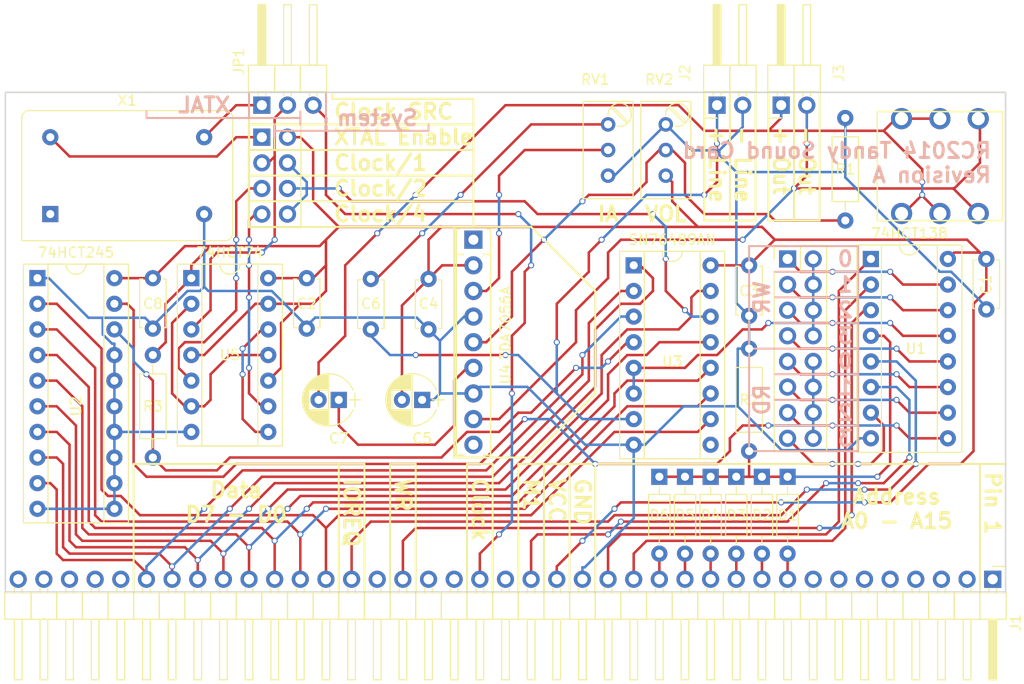
<source format=kicad_pcb>
(kicad_pcb (version 20171130) (host pcbnew "(5.1.12)-1")
  (layers (0 F.Cu signal) (31 B.Cu signal) (34 B.Paste user hide) (35 F.Paste user hide) (36 B.SilkS user hide) (37 F.SilkS user hide) (38 B.Mask user hide) (39 F.Mask user hide) (44 Edge.Cuts user))
  (net 0 "")
  (net 1 VCC)
  (net 2 GND)
  (net 3 A4)
  (net 4 A5)
  (net 5 A6)
  (net 6 IOREQ)
  (net 7 M1)
  (net 8 D0)
  (net 9 D1)
  (net 10 D2)
  (net 11 D3)
  (net 12 D4)
  (net 13 D5)
  (net 14 D6)
  (net 15 D7)
  (net 16 WR)
  (net 17 CLOCK)
  (net 18 SND_OUT)
  (net 19 "Net-(C6-Pad2)")
  (net 20 SPKR_OUT+)
  (net 21 SPKR_OUT-)
  (net 22 "Net-(RV1-Pad2)")
  (net 23 IO_WR)
  (net 24 IO_RD)
  (net 25 "Net-(C7-Pad2)")
  (net 26 "Net-(D1-Pad1)")
  (net 27 A7)
  (net 28 A3)
  (net 29 A2)
  (net 30 A1)
  (net 31 A0)
  (net 32 /WR_Port_0)
  (net 33 /WR_Port_1)
  (net 34 /WR_Port_2)
  (net 35 /WR_Port_3)
  (net 36 /RD_Port_0)
  (net 37 /RD_Port_1)
  (net 38 /RD_Port_2)
  (net 39 /RD_Port_3)
  (net 40 "Net-(J6-Pad1)")
  (net 41 CLOCK/1)
  (net 42 SND_CLOCK)
  (net 43 CLOCK/2)
  (net 44 CLOCK/4)
  (net 45 "Net-(R1-Pad1)")
  (net 46 "Net-(U5-Pad12)")
  (net 47 "Net-(U5-Pad11)")
  (net 48 "Net-(R3-Pad2)")
  (net 49 "Net-(JP1-Pad1)")
  (module Capacitors_THT:C_Disc_D4.7mm_W2.5mm_P5.00mm (layer F.Cu) (at 213.995 101.6 270)
    (fp_text reference C1 (at 2.54 0 270) (layer F.SilkS))
    (fp_text value 100nF hide)
    (pad 1 thru_hole circle (at 0 0 270) (size 1.6 1.6) (drill 0.8) (layers *.Cu *.Mask) (net 1 VCC))
    (pad 2 thru_hole circle (at 5 0 270) (size 1.6 1.6) (drill 0.8) (layers *.Cu *.Mask) (net 2 GND))
  )
  (module Housings_DIP:DIP-16_W7.62mm_Socket (layer F.Cu) (at 202.565 101.6)
    (fp_text reference U1 (at 4.445 8.89 180) (layer F.SilkS))
    (fp_text value 74HCT138 (at 3.81 -2.54 180) (layer F.SilkS))
    (pad 1 thru_hole rect (at 0 0) (size 1.6 1.6) (drill 0.8) (layers *.Cu *.Mask) (net 31 A0))
    (pad 9 thru_hole oval (at 7.62 17.78) (size 1.6 1.6) (drill 0.8) (layers *.Cu *.Mask) (net 38 /RD_Port_2))
    (pad 2 thru_hole oval (at 0 2.54) (size 1.6 1.6) (drill 0.8) (layers *.Cu *.Mask) (net 30 A1))
    (pad 10 thru_hole oval (at 7.62 15.24) (size 1.6 1.6) (drill 0.8) (layers *.Cu *.Mask) (net 37 /RD_Port_1))
    (pad 3 thru_hole oval (at 0 5.08) (size 1.6 1.6) (drill 0.8) (layers *.Cu *.Mask) (net 16 WR))
    (pad 11 thru_hole oval (at 7.62 12.7) (size 1.6 1.6) (drill 0.8) (layers *.Cu *.Mask) (net 36 /RD_Port_0))
    (pad 4 thru_hole oval (at 0 7.62) (size 1.6 1.6) (drill 0.8) (layers *.Cu *.Mask) (net 26 "Net-(D1-Pad1)"))
    (pad 12 thru_hole oval (at 7.62 10.16) (size 1.6 1.6) (drill 0.8) (layers *.Cu *.Mask) (net 35 /WR_Port_3))
    (pad 5 thru_hole oval (at 0 10.16) (size 1.6 1.6) (drill 0.8) (layers *.Cu *.Mask) (net 6 IOREQ))
    (pad 13 thru_hole oval (at 7.62 7.62) (size 1.6 1.6) (drill 0.8) (layers *.Cu *.Mask) (net 34 /WR_Port_2))
    (pad 6 thru_hole oval (at 0 12.7) (size 1.6 1.6) (drill 0.8) (layers *.Cu *.Mask) (net 7 M1))
    (pad 14 thru_hole oval (at 7.62 5.08) (size 1.6 1.6) (drill 0.8) (layers *.Cu *.Mask) (net 33 /WR_Port_1))
    (pad 7 thru_hole oval (at 0 15.24) (size 1.6 1.6) (drill 0.8) (layers *.Cu *.Mask) (net 39 /RD_Port_3))
    (pad 15 thru_hole oval (at 7.62 2.54) (size 1.6 1.6) (drill 0.8) (layers *.Cu *.Mask) (net 32 /WR_Port_0))
    (pad 8 thru_hole oval (at 0 17.78) (size 1.6 1.6) (drill 0.8) (layers *.Cu *.Mask) (net 2 GND))
    (pad 16 thru_hole oval (at 7.62 0) (size 1.6 1.6) (drill 0.8) (layers *.Cu *.Mask) (net 1 VCC))
  )
  (module Capacitors_THT:C_Disc_D4.7mm_W2.5mm_P5.00mm (layer F.Cu) (at 146.685 103.505 270)
    (fp_text reference C2 (at 2.54 0) (layer F.SilkS))
    (fp_text value 100nF)
    (pad 1 thru_hole circle (at 0 0 270) (size 1.6 1.6) (drill 0.8) (layers *.Cu *.Mask) (net 1 VCC))
    (pad 2 thru_hole circle (at 5 0 270) (size 1.6 1.6) (drill 0.8) (layers *.Cu *.Mask) (net 2 GND))
  )
  (module Capacitors_THT:C_Disc_D4.7mm_W2.5mm_P5.00mm (layer F.Cu) (at 190.5 102.235 270)
    (fp_text reference C3 (at 2.54 0) (layer F.SilkS))
    (fp_text value 100nF hide)
    (pad 1 thru_hole circle (at 0 0 270) (size 1.6 1.6) (drill 0.8) (layers *.Cu *.Mask) (net 1 VCC))
    (pad 2 thru_hole circle (at 5 0 270) (size 1.6 1.6) (drill 0.8) (layers *.Cu *.Mask) (net 2 GND))
  )
  (module Pin_Headers:Pin_Header_Angled_1x39_Pitch2.54mm (layer F.Cu) (at 214.63 133.35 270)
    (fp_text reference J1 (at 4.315 -2.27 270) (layer F.SilkS))
    (fp_text value CONN_01X39)
    (pad 1 thru_hole rect (at 0 0 270) (size 1.7 1.7) (drill 1) (layers *.Cu *.Mask))
    (pad 2 thru_hole oval (at 0 2.54 270) (size 1.7 1.7) (drill 1) (layers *.Cu *.Mask))
    (pad 3 thru_hole oval (at 0 5.08 270) (size 1.7 1.7) (drill 1) (layers *.Cu *.Mask))
    (pad 4 thru_hole oval (at 0 7.62 270) (size 1.7 1.7) (drill 1) (layers *.Cu *.Mask))
    (pad 5 thru_hole oval (at 0 10.16 270) (size 1.7 1.7) (drill 1) (layers *.Cu *.Mask))
    (pad 6 thru_hole oval (at 0 12.7 270) (size 1.7 1.7) (drill 1) (layers *.Cu *.Mask))
    (pad 7 thru_hole oval (at 0 15.24 270) (size 1.7 1.7) (drill 1) (layers *.Cu *.Mask))
    (pad 8 thru_hole oval (at 0 17.78 270) (size 1.7 1.7) (drill 1) (layers *.Cu *.Mask))
    (pad 9 thru_hole oval (at 0 20.32 270) (size 1.7 1.7) (drill 1) (layers *.Cu *.Mask) (net 27 A7))
    (pad 10 thru_hole oval (at 0 22.86 270) (size 1.7 1.7) (drill 1) (layers *.Cu *.Mask) (net 5 A6))
    (pad 11 thru_hole oval (at 0 25.4 270) (size 1.7 1.7) (drill 1) (layers *.Cu *.Mask) (net 4 A5))
    (pad 12 thru_hole oval (at 0 27.94 270) (size 1.7 1.7) (drill 1) (layers *.Cu *.Mask) (net 3 A4))
    (pad 13 thru_hole oval (at 0 30.48 270) (size 1.7 1.7) (drill 1) (layers *.Cu *.Mask) (net 28 A3))
    (pad 14 thru_hole oval (at 0 33.02 270) (size 1.7 1.7) (drill 1) (layers *.Cu *.Mask) (net 29 A2))
    (pad 15 thru_hole oval (at 0 35.56 270) (size 1.7 1.7) (drill 1) (layers *.Cu *.Mask) (net 30 A1))
    (pad 16 thru_hole oval (at 0 38.1 270) (size 1.7 1.7) (drill 1) (layers *.Cu *.Mask) (net 31 A0))
    (pad 17 thru_hole oval (at 0 40.64 270) (size 1.7 1.7) (drill 1) (layers *.Cu *.Mask) (net 2 GND))
    (pad 18 thru_hole oval (at 0 43.18 270) (size 1.7 1.7) (drill 1) (layers *.Cu *.Mask) (net 1 VCC))
    (pad 19 thru_hole oval (at 0 45.72 270) (size 1.7 1.7) (drill 1) (layers *.Cu *.Mask) (net 7 M1))
    (pad 20 thru_hole oval (at 0 48.26 270) (size 1.7 1.7) (drill 1) (layers *.Cu *.Mask))
    (pad 21 thru_hole oval (at 0 50.8 270) (size 1.7 1.7) (drill 1) (layers *.Cu *.Mask) (net 17 CLOCK))
    (pad 22 thru_hole oval (at 0 53.34 270) (size 1.7 1.7) (drill 1) (layers *.Cu *.Mask))
    (pad 23 thru_hole oval (at 0 55.88 270) (size 1.7 1.7) (drill 1) (layers *.Cu *.Mask))
    (pad 24 thru_hole oval (at 0 58.42 270) (size 1.7 1.7) (drill 1) (layers *.Cu *.Mask) (net 16 WR))
    (pad 25 thru_hole oval (at 0 60.96 270) (size 1.7 1.7) (drill 1) (layers *.Cu *.Mask))
    (pad 26 thru_hole oval (at 0 63.5 270) (size 1.7 1.7) (drill 1) (layers *.Cu *.Mask) (net 6 IOREQ))
    (pad 27 thru_hole oval (at 0 66.04 270) (size 1.7 1.7) (drill 1) (layers *.Cu *.Mask) (net 8 D0))
    (pad 28 thru_hole oval (at 0 68.58 270) (size 1.7 1.7) (drill 1) (layers *.Cu *.Mask) (net 9 D1))
    (pad 29 thru_hole oval (at 0 71.12 270) (size 1.7 1.7) (drill 1) (layers *.Cu *.Mask) (net 10 D2))
    (pad 30 thru_hole oval (at 0 73.66 270) (size 1.7 1.7) (drill 1) (layers *.Cu *.Mask) (net 11 D3))
    (pad 31 thru_hole oval (at 0 76.2 270) (size 1.7 1.7) (drill 1) (layers *.Cu *.Mask) (net 12 D4))
    (pad 32 thru_hole oval (at 0 78.74 270) (size 1.7 1.7) (drill 1) (layers *.Cu *.Mask) (net 13 D5))
    (pad 33 thru_hole oval (at 0 81.28 270) (size 1.7 1.7) (drill 1) (layers *.Cu *.Mask) (net 14 D6))
    (pad 34 thru_hole oval (at 0 83.82 270) (size 1.7 1.7) (drill 1) (layers *.Cu *.Mask) (net 15 D7))
    (pad 35 thru_hole oval (at 0 86.36 270) (size 1.7 1.7) (drill 1) (layers *.Cu *.Mask))
    (pad 36 thru_hole oval (at 0 88.9 270) (size 1.7 1.7) (drill 1) (layers *.Cu *.Mask))
    (pad 37 thru_hole oval (at 0 91.44 270) (size 1.7 1.7) (drill 1) (layers *.Cu *.Mask))
    (pad 38 thru_hole oval (at 0 93.98 270) (size 1.7 1.7) (drill 1) (layers *.Cu *.Mask))
    (pad 39 thru_hole oval (at 0 96.52 270) (size 1.7 1.7) (drill 1) (layers *.Cu *.Mask))
  )
  (module Pin_Headers:Pin_Header_Angled_1x02_Pitch2.54mm (layer F.Cu) (at 187.325 86.36 90)
    (fp_text reference J2 (at 3.175 -3.175 90) (layer F.SilkS))
    (fp_text value "Line Out")
    (pad 1 thru_hole rect (at 0 0 90) (size 1.7 1.7) (drill 1) (layers *.Cu *.Mask) (net 18 SND_OUT))
    (pad 2 thru_hole oval (at 0 2.54 90) (size 1.7 1.7) (drill 1) (layers *.Cu *.Mask) (net 2 GND))
  )
  (module Housings_DIP:DIP-20_W7.62mm_Socket (layer F.Cu) (at 120.015 103.505)
    (fp_text reference U2 (at 3.81 12.7 90) (layer F.SilkS))
    (fp_text value 74HCT245 (at 3.81 -2.54 180) (layer F.SilkS))
    (pad 1 thru_hole rect (at 0 0) (size 1.6 1.6) (drill 0.8) (layers *.Cu *.Mask) (net 2 GND))
    (pad 11 thru_hole oval (at 7.62 22.86) (size 1.6 1.6) (drill 0.8) (layers *.Cu *.Mask) (net 2 GND))
    (pad 2 thru_hole oval (at 0 2.54) (size 1.6 1.6) (drill 0.8) (layers *.Cu *.Mask) (net 8 D0))
    (pad 12 thru_hole oval (at 7.62 20.32) (size 1.6 1.6) (drill 0.8) (layers *.Cu *.Mask) (net 2 GND))
    (pad 3 thru_hole oval (at 0 5.08) (size 1.6 1.6) (drill 0.8) (layers *.Cu *.Mask) (net 9 D1))
    (pad 13 thru_hole oval (at 7.62 17.78) (size 1.6 1.6) (drill 0.8) (layers *.Cu *.Mask) (net 2 GND))
    (pad 4 thru_hole oval (at 0 7.62) (size 1.6 1.6) (drill 0.8) (layers *.Cu *.Mask) (net 10 D2))
    (pad 14 thru_hole oval (at 7.62 15.24) (size 1.6 1.6) (drill 0.8) (layers *.Cu *.Mask) (net 2 GND))
    (pad 5 thru_hole oval (at 0 10.16) (size 1.6 1.6) (drill 0.8) (layers *.Cu *.Mask) (net 11 D3))
    (pad 15 thru_hole oval (at 7.62 12.7) (size 1.6 1.6) (drill 0.8) (layers *.Cu *.Mask) (net 2 GND))
    (pad 6 thru_hole oval (at 0 12.7) (size 1.6 1.6) (drill 0.8) (layers *.Cu *.Mask) (net 12 D4))
    (pad 16 thru_hole oval (at 7.62 10.16) (size 1.6 1.6) (drill 0.8) (layers *.Cu *.Mask) (net 2 GND))
    (pad 7 thru_hole oval (at 0 15.24) (size 1.6 1.6) (drill 0.8) (layers *.Cu *.Mask) (net 13 D5))
    (pad 17 thru_hole oval (at 7.62 7.62) (size 1.6 1.6) (drill 0.8) (layers *.Cu *.Mask) (net 2 GND))
    (pad 8 thru_hole oval (at 0 17.78) (size 1.6 1.6) (drill 0.8) (layers *.Cu *.Mask) (net 14 D6))
    (pad 18 thru_hole oval (at 7.62 5.08) (size 1.6 1.6) (drill 0.8) (layers *.Cu *.Mask) (net 48 "Net-(R3-Pad2)"))
    (pad 9 thru_hole oval (at 0 20.32) (size 1.6 1.6) (drill 0.8) (layers *.Cu *.Mask) (net 15 D7))
    (pad 19 thru_hole oval (at 7.62 2.54) (size 1.6 1.6) (drill 0.8) (layers *.Cu *.Mask) (net 24 IO_RD))
    (pad 10 thru_hole oval (at 0 22.86) (size 1.6 1.6) (drill 0.8) (layers *.Cu *.Mask) (net 2 GND))
    (pad 20 thru_hole oval (at 7.62 0) (size 1.6 1.6) (drill 0.8) (layers *.Cu *.Mask) (net 1 VCC))
  )
  (module Housings_DIP:DIP-16_W7.62mm_Socket (layer F.Cu) (at 179.07 102.235)
    (fp_text reference U3 (at 3.81 9.525 180) (layer F.SilkS))
    (fp_text value SN76489AN (at 3.81 -2.54 180) (layer F.SilkS))
    (pad 1 thru_hole rect (at 0 0) (size 1.6 1.6) (drill 0.8) (layers *.Cu *.Mask) (net 13 D5))
    (pad 9 thru_hole oval (at 7.62 17.78) (size 1.6 1.6) (drill 0.8) (layers *.Cu *.Mask))
    (pad 2 thru_hole oval (at 0 2.54) (size 1.6 1.6) (drill 0.8) (layers *.Cu *.Mask) (net 14 D6))
    (pad 10 thru_hole oval (at 7.62 15.24) (size 1.6 1.6) (drill 0.8) (layers *.Cu *.Mask) (net 8 D0))
    (pad 3 thru_hole oval (at 0 5.08) (size 1.6 1.6) (drill 0.8) (layers *.Cu *.Mask) (net 15 D7))
    (pad 11 thru_hole oval (at 7.62 12.7) (size 1.6 1.6) (drill 0.8) (layers *.Cu *.Mask) (net 9 D1))
    (pad 4 thru_hole oval (at 0 7.62) (size 1.6 1.6) (drill 0.8) (layers *.Cu *.Mask) (net 48 "Net-(R3-Pad2)"))
    (pad 12 thru_hole oval (at 7.62 10.16) (size 1.6 1.6) (drill 0.8) (layers *.Cu *.Mask) (net 10 D2))
    (pad 5 thru_hole oval (at 0 10.16) (size 1.6 1.6) (drill 0.8) (layers *.Cu *.Mask) (net 23 IO_WR))
    (pad 13 thru_hole oval (at 7.62 7.62) (size 1.6 1.6) (drill 0.8) (layers *.Cu *.Mask) (net 11 D3))
    (pad 6 thru_hole oval (at 0 12.7) (size 1.6 1.6) (drill 0.8) (layers *.Cu *.Mask) (net 23 IO_WR))
    (pad 14 thru_hole oval (at 7.62 5.08) (size 1.6 1.6) (drill 0.8) (layers *.Cu *.Mask) (net 42 SND_CLOCK))
    (pad 7 thru_hole oval (at 0 15.24) (size 1.6 1.6) (drill 0.8) (layers *.Cu *.Mask) (net 18 SND_OUT))
    (pad 15 thru_hole oval (at 7.62 2.54) (size 1.6 1.6) (drill 0.8) (layers *.Cu *.Mask) (net 12 D4))
    (pad 8 thru_hole oval (at 0 17.78) (size 1.6 1.6) (drill 0.8) (layers *.Cu *.Mask) (net 2 GND))
    (pad 16 thru_hole oval (at 7.62 0) (size 1.6 1.6) (drill 0.8) (layers *.Cu *.Mask) (net 1 VCC))
  )
  (module Capacitors_THT:C_Disc_D4.7mm_W2.5mm_P5.00mm (layer F.Cu) (at 158.75 108.585 90)
    (fp_text reference C4 (at 2.54 0 180) (layer F.SilkS))
    (fp_text value 100nF)
    (pad 1 thru_hole circle (at 0 0 90) (size 1.6 1.6) (drill 0.8) (layers *.Cu *.Mask) (net 2 GND))
    (pad 2 thru_hole circle (at 5 0 90) (size 1.6 1.6) (drill 0.8) (layers *.Cu *.Mask) (net 1 VCC))
  )
  (module Capacitors_THT:CP_Radial_D5.0mm_P2.00mm (layer F.Cu) (at 158.115 115.57 180)
    (fp_text reference C5 (at 0 -3.81 180) (layer F.SilkS))
    (fp_text value 220uF)
    (pad 1 thru_hole rect (at 0 0 180) (size 1.6 1.6) (drill 0.8) (layers *.Cu *.Mask) (net 2 GND))
    (pad 2 thru_hole circle (at 2 0 180) (size 1.6 1.6) (drill 0.8) (layers *.Cu *.Mask) (net 1 VCC))
  )
  (module Capacitors_THT:C_Disc_D4.7mm_W2.5mm_P5.00mm (layer F.Cu) (at 153.035 108.585 90)
    (fp_text reference C6 (at 2.54 0 180) (layer F.SilkS))
    (fp_text value 470nF)
    (pad 1 thru_hole circle (at 0 0 90) (size 1.6 1.6) (drill 0.8) (layers *.Cu *.Mask) (net 18 SND_OUT))
    (pad 2 thru_hole circle (at 5 0 90) (size 1.6 1.6) (drill 0.8) (layers *.Cu *.Mask) (net 19 "Net-(C6-Pad2)"))
  )
  (module Pin_Headers:Pin_Header_Angled_1x02_Pitch2.54mm (layer F.Cu) (at 193.675 86.36 90)
    (fp_text reference J3 (at 3.175 5.715 90) (layer F.SilkS))
    (fp_text value "Speaker Out")
    (pad 1 thru_hole rect (at 0 0 90) (size 1.7 1.7) (drill 1) (layers *.Cu *.Mask) (net 25 "Net-(C7-Pad2)"))
    (pad 2 thru_hole oval (at 0 2.54 90) (size 1.7 1.7) (drill 1) (layers *.Cu *.Mask) (net 21 SPKR_OUT-))
  )
  (module Pin_Headers:Pin_Header_Straight_2x08_Pitch2.54mm (layer F.Cu) (at 194.31 101.6)
    (fp_text reference J4)
    (fp_text value CONN_02X08 hide)
    (pad 1 thru_hole rect (at 0 0) (size 1.7 1.7) (drill 1) (layers *.Cu *.Mask) (net 32 /WR_Port_0))
    (pad 2 thru_hole oval (at 2.54 0) (size 1.7 1.7) (drill 1) (layers *.Cu *.Mask) (net 23 IO_WR))
    (pad 3 thru_hole oval (at 0 2.54) (size 1.7 1.7) (drill 1) (layers *.Cu *.Mask) (net 33 /WR_Port_1))
    (pad 4 thru_hole oval (at 2.54 2.54) (size 1.7 1.7) (drill 1) (layers *.Cu *.Mask) (net 23 IO_WR))
    (pad 5 thru_hole oval (at 0 5.08) (size 1.7 1.7) (drill 1) (layers *.Cu *.Mask) (net 34 /WR_Port_2))
    (pad 6 thru_hole oval (at 2.54 5.08) (size 1.7 1.7) (drill 1) (layers *.Cu *.Mask) (net 23 IO_WR))
    (pad 7 thru_hole oval (at 0 7.62) (size 1.7 1.7) (drill 1) (layers *.Cu *.Mask) (net 35 /WR_Port_3))
    (pad 8 thru_hole oval (at 2.54 7.62) (size 1.7 1.7) (drill 1) (layers *.Cu *.Mask) (net 23 IO_WR))
    (pad 9 thru_hole oval (at 0 10.16) (size 1.7 1.7) (drill 1) (layers *.Cu *.Mask) (net 36 /RD_Port_0))
    (pad 10 thru_hole oval (at 2.54 10.16) (size 1.7 1.7) (drill 1) (layers *.Cu *.Mask) (net 24 IO_RD))
    (pad 11 thru_hole oval (at 0 12.7) (size 1.7 1.7) (drill 1) (layers *.Cu *.Mask) (net 37 /RD_Port_1))
    (pad 12 thru_hole oval (at 2.54 12.7) (size 1.7 1.7) (drill 1) (layers *.Cu *.Mask) (net 24 IO_RD))
    (pad 13 thru_hole oval (at 0 15.24) (size 1.7 1.7) (drill 1) (layers *.Cu *.Mask) (net 38 /RD_Port_2))
    (pad 14 thru_hole oval (at 2.54 15.24) (size 1.7 1.7) (drill 1) (layers *.Cu *.Mask) (net 24 IO_RD))
    (pad 15 thru_hole oval (at 0 17.78) (size 1.7 1.7) (drill 1) (layers *.Cu *.Mask) (net 39 /RD_Port_3))
    (pad 16 thru_hole oval (at 2.54 17.78) (size 1.7 1.7) (drill 1) (layers *.Cu *.Mask) (net 24 IO_RD))
  )
  (module Capacitors_THT:CP_Radial_D5.0mm_P2.00mm (layer F.Cu) (at 149.86 115.57 180)
    (fp_text reference C7 (at 0 -3.81 180) (layer F.SilkS))
    (fp_text value 470uF)
    (pad 1 thru_hole rect (at 0 0 180) (size 1.6 1.6) (drill 0.8) (layers *.Cu *.Mask) (net 20 SPKR_OUT+))
    (pad 2 thru_hole circle (at 2 0 180) (size 1.6 1.6) (drill 0.8) (layers *.Cu *.Mask) (net 25 "Net-(C7-Pad2)"))
  )
  (module Diodes_THT:D_DO-35_SOD27_P7.62mm_Horizontal (layer F.Cu) (at 194.31 123.19 270)
    (fp_text reference D1 (at 3.81 0) (layer F.SilkS))
    (fp_text value 1N4848)
    (pad 1 thru_hole rect (at 0 0 270) (size 1.6 1.6) (drill 0.8) (layers *.Cu *.Mask) (net 26 "Net-(D1-Pad1)"))
    (pad 2 thru_hole oval (at 7.62 0 270) (size 1.6 1.6) (drill 0.8) (layers *.Cu *.Mask) (net 27 A7))
  )
  (module Diodes_THT:D_DO-35_SOD27_P7.62mm_Horizontal (layer F.Cu) (at 191.77 123.19 270)
    (fp_text reference D2 (at 3.81 0) (layer F.SilkS))
    (fp_text value 1N4848)
    (pad 1 thru_hole rect (at 0 0 270) (size 1.6 1.6) (drill 0.8) (layers *.Cu *.Mask) (net 26 "Net-(D1-Pad1)"))
    (pad 2 thru_hole oval (at 7.62 0 270) (size 1.6 1.6) (drill 0.8) (layers *.Cu *.Mask) (net 5 A6))
  )
  (module Diodes_THT:D_DO-35_SOD27_P7.62mm_Horizontal (layer F.Cu) (at 189.23 123.19 270)
    (fp_text reference D3 (at 3.81 0) (layer F.SilkS))
    (fp_text value 1N4848)
    (pad 1 thru_hole rect (at 0 0 270) (size 1.6 1.6) (drill 0.8) (layers *.Cu *.Mask) (net 26 "Net-(D1-Pad1)"))
    (pad 2 thru_hole oval (at 7.62 0 270) (size 1.6 1.6) (drill 0.8) (layers *.Cu *.Mask) (net 4 A5))
  )
  (module Diodes_THT:D_DO-35_SOD27_P7.62mm_Horizontal (layer F.Cu) (at 186.69 123.19 270)
    (fp_text reference D4 (at 3.81 0) (layer F.SilkS))
    (fp_text value 1N4848)
    (pad 1 thru_hole rect (at 0 0 270) (size 1.6 1.6) (drill 0.8) (layers *.Cu *.Mask) (net 26 "Net-(D1-Pad1)"))
    (pad 2 thru_hole oval (at 7.62 0 270) (size 1.6 1.6) (drill 0.8) (layers *.Cu *.Mask) (net 3 A4))
  )
  (module Diodes_THT:D_DO-35_SOD27_P7.62mm_Horizontal (layer F.Cu) (at 184.15 123.19 270)
    (fp_text reference D5 (at 3.81 0) (layer F.SilkS))
    (fp_text value 1N4848)
    (pad 1 thru_hole rect (at 0 0 270) (size 1.6 1.6) (drill 0.8) (layers *.Cu *.Mask) (net 26 "Net-(D1-Pad1)"))
    (pad 2 thru_hole oval (at 7.62 0 270) (size 1.6 1.6) (drill 0.8) (layers *.Cu *.Mask) (net 28 A3))
  )
  (module Diodes_THT:D_DO-35_SOD27_P7.62mm_Horizontal (layer F.Cu) (at 181.61 123.19 270)
    (fp_text reference D6 (at 3.81 0) (layer F.SilkS))
    (fp_text value 1N4848)
    (pad 1 thru_hole rect (at 0 0 270) (size 1.6 1.6) (drill 0.8) (layers *.Cu *.Mask) (net 26 "Net-(D1-Pad1)"))
    (pad 2 thru_hole oval (at 7.62 0 270) (size 1.6 1.6) (drill 0.8) (layers *.Cu *.Mask) (net 29 A2))
  )
  (module rc2014:cliff_fcr1295_socket (layer F.Cu) (at 203.2 86.995)
    (fp_text reference J5)
    (fp_text value JACK_TRS_6PINS)
    (pad 6 thru_hole circle (at 2.4 0.7) (size 2.1 2.1) (drill 1.3) (layers *.Cu *.Mask) (net 25 "Net-(C7-Pad2)"))
    (pad 5 thru_hole circle (at 6.2 0.7) (size 2.1 2.1) (drill 1.3) (layers *.Cu *.Mask) (net 25 "Net-(C7-Pad2)"))
    (pad 4 thru_hole circle (at 10 0.7) (size 2.1 2.1) (drill 1.3) (layers *.Cu *.Mask) (net 21 SPKR_OUT-))
    (pad 1 thru_hole circle (at 10 10.1) (size 2.1 2.1) (drill 1.3) (layers *.Cu *.Mask) (net 21 SPKR_OUT-))
    (pad 2 thru_hole circle (at 6.2 10.1) (size 2.1 2.1) (drill 1.3) (layers *.Cu *.Mask) (net 25 "Net-(C7-Pad2)"))
    (pad 3 thru_hole circle (at 2.4 10.1) (size 2.1 2.1) (drill 1.3) (layers *.Cu *.Mask) (net 25 "Net-(C7-Pad2)"))
  )
  (module Pin_Headers:Pin_Header_Straight_2x04_Pitch2.54mm (layer F.Cu) (at 142.24 89.535)
    (fp_text reference J6)
    (fp_text value CONN_02X04)
    (pad 1 thru_hole rect (at 0 0) (size 1.7 1.7) (drill 1) (layers *.Cu *.Mask) (net 40 "Net-(J6-Pad1)"))
    (pad 2 thru_hole oval (at 2.54 0) (size 1.7 1.7) (drill 1) (layers *.Cu *.Mask) (net 1 VCC))
    (pad 3 thru_hole oval (at 0 2.54) (size 1.7 1.7) (drill 1) (layers *.Cu *.Mask) (net 41 CLOCK/1))
    (pad 4 thru_hole oval (at 2.54 2.54) (size 1.7 1.7) (drill 1) (layers *.Cu *.Mask) (net 42 SND_CLOCK))
    (pad 5 thru_hole oval (at 0 5.08) (size 1.7 1.7) (drill 1) (layers *.Cu *.Mask) (net 43 CLOCK/2))
    (pad 6 thru_hole oval (at 2.54 5.08) (size 1.7 1.7) (drill 1) (layers *.Cu *.Mask) (net 42 SND_CLOCK))
    (pad 7 thru_hole oval (at 0 7.62) (size 1.7 1.7) (drill 1) (layers *.Cu *.Mask) (net 44 CLOCK/4))
    (pad 8 thru_hole oval (at 2.54 7.62) (size 1.7 1.7) (drill 1) (layers *.Cu *.Mask) (net 42 SND_CLOCK))
  )
  (module Pin_Headers:Pin_Header_Angled_1x03_Pitch2.54mm (layer F.Cu) (at 142.24 86.36 90)
    (fp_text reference JP1 (at 4.315 -2.27 90) (layer F.SilkS))
    (fp_text value "Clock source")
    (pad 1 thru_hole rect (at 0 0 90) (size 1.7 1.7) (drill 1) (layers *.Cu *.Mask) (net 49 "Net-(JP1-Pad1)"))
    (pad 2 thru_hole oval (at 0 2.54 90) (size 1.7 1.7) (drill 1) (layers *.Cu *.Mask) (net 41 CLOCK/1))
    (pad 3 thru_hole oval (at 0 5.08 90) (size 1.7 1.7) (drill 1) (layers *.Cu *.Mask) (net 17 CLOCK))
  )
  (module Resistors_THT:R_Axial_DIN0207_L6.3mm_D2.5mm_P10.16mm_Horizontal (layer F.Cu) (at 200.025 97.79 90)
    (fp_text reference R1 (at 5.08 0 180) (layer F.SilkS))
    (fp_text value 1k hide)
    (pad 1 thru_hole circle (at 0 0 90) (size 1.6 1.6) (drill 0.8) (layers *.Cu *.Mask) (net 45 "Net-(R1-Pad1)"))
    (pad 2 thru_hole oval (at 10.16 0 90) (size 1.6 1.6) (drill 0.8) (layers *.Cu *.Mask) (net 2 GND))
  )
  (module Resistors_THT:R_Axial_DIN0207_L6.3mm_D2.5mm_P10.16mm_Horizontal (layer F.Cu) (at 190.5 120.65 90)
    (fp_text reference R2 (at 5.08 0 180) (layer F.SilkS))
    (fp_text value 10k hide)
    (pad 1 thru_hole circle (at 0 0 90) (size 1.6 1.6) (drill 0.8) (layers *.Cu *.Mask) (net 26 "Net-(D1-Pad1)"))
    (pad 2 thru_hole oval (at 10.16 0 90) (size 1.6 1.6) (drill 0.8) (layers *.Cu *.Mask) (net 2 GND))
  )
  (module Housings_DIP:DIP-14_W7.62mm_Socket (layer F.Cu) (at 135.255 103.505)
    (fp_text reference U5 (at 3.81 7.62) (layer F.SilkS))
    (fp_text value 74HCT74 (at 3.81 -2.54) (layer F.SilkS))
    (pad 1 thru_hole rect (at 0 0) (size 1.6 1.6) (drill 0.8) (layers *.Cu *.Mask) (net 1 VCC))
    (pad 8 thru_hole oval (at 7.62 15.24) (size 1.6 1.6) (drill 0.8) (layers *.Cu *.Mask) (net 46 "Net-(U5-Pad12)"))
    (pad 2 thru_hole oval (at 0 2.54) (size 1.6 1.6) (drill 0.8) (layers *.Cu *.Mask) (net 47 "Net-(U5-Pad11)"))
    (pad 9 thru_hole oval (at 7.62 12.7) (size 1.6 1.6) (drill 0.8) (layers *.Cu *.Mask) (net 44 CLOCK/4))
    (pad 3 thru_hole oval (at 0 5.08) (size 1.6 1.6) (drill 0.8) (layers *.Cu *.Mask) (net 41 CLOCK/1))
    (pad 10 thru_hole oval (at 7.62 10.16) (size 1.6 1.6) (drill 0.8) (layers *.Cu *.Mask) (net 1 VCC))
    (pad 4 thru_hole oval (at 0 7.62) (size 1.6 1.6) (drill 0.8) (layers *.Cu *.Mask) (net 1 VCC))
    (pad 11 thru_hole oval (at 7.62 7.62) (size 1.6 1.6) (drill 0.8) (layers *.Cu *.Mask) (net 47 "Net-(U5-Pad11)"))
    (pad 5 thru_hole oval (at 0 10.16) (size 1.6 1.6) (drill 0.8) (layers *.Cu *.Mask) (net 43 CLOCK/2))
    (pad 12 thru_hole oval (at 7.62 5.08) (size 1.6 1.6) (drill 0.8) (layers *.Cu *.Mask) (net 46 "Net-(U5-Pad12)"))
    (pad 6 thru_hole oval (at 0 12.7) (size 1.6 1.6) (drill 0.8) (layers *.Cu *.Mask) (net 47 "Net-(U5-Pad11)"))
    (pad 13 thru_hole oval (at 7.62 2.54) (size 1.6 1.6) (drill 0.8) (layers *.Cu *.Mask) (net 1 VCC))
    (pad 7 thru_hole oval (at 0 15.24) (size 1.6 1.6) (drill 0.8) (layers *.Cu *.Mask) (net 2 GND))
    (pad 14 thru_hole oval (at 7.62 0) (size 1.6 1.6) (drill 0.8) (layers *.Cu *.Mask) (net 1 VCC))
  )
  (module Oscillators:Oscillator_DIP-14 (layer F.Cu) (at 121.285 97.155)
    (fp_text reference X1 (at 7.62 -11.26) (layer F.SilkS))
    (fp_text value 1MHz)
    (pad 1 thru_hole rect (at 0 0) (size 1.6 1.6) (drill 0.8) (layers *.Cu *.Mask))
    (pad 14 thru_hole circle (at 0 -7.62) (size 1.6 1.6) (drill 0.8) (layers *.Cu *.Mask) (net 40 "Net-(J6-Pad1)"))
    (pad 8 thru_hole circle (at 15.24 -7.62) (size 1.6 1.6) (drill 0.8) (layers *.Cu *.Mask) (net 49 "Net-(JP1-Pad1)"))
    (pad 7 thru_hole circle (at 15.24 0) (size 1.6 1.6) (drill 0.8) (layers *.Cu *.Mask) (net 2 GND))
  )
  (module Capacitors_THT:C_Disc_D4.7mm_W2.5mm_P5.00mm (layer F.Cu) (at 131.445 103.505 270)
    (fp_text reference C8 (at 2.54 0) (layer F.SilkS))
    (fp_text value 100nF)
    (pad 1 thru_hole circle (at 0 0 270) (size 1.6 1.6) (drill 0.8) (layers *.Cu *.Mask) (net 1 VCC))
    (pad 2 thru_hole circle (at 5 0 270) (size 1.6 1.6) (drill 0.8) (layers *.Cu *.Mask) (net 2 GND))
  )
  (module Housings_SIP:SIP9_Housing (layer F.Cu) (at 163.195 109.855 270)
    (fp_text reference U4 (at 3.175 -3.175 90) (layer F.SilkS))
    (fp_text value TDA7056A (at -1.905 -3.175 270) (layer F.SilkS))
    (pad 1 thru_hole rect (at -10.16 0) (size 1.8 1.8) (drill 1) (layers *.Cu *.Mask))
    (pad 2 thru_hole circle (at -7.62 0) (size 1.8 1.8) (drill 1) (layers *.Cu *.Mask) (net 1 VCC))
    (pad 3 thru_hole circle (at -5.08 0) (size 1.8 1.8) (drill 1) (layers *.Cu *.Mask) (net 22 "Net-(RV1-Pad2)"))
    (pad 4 thru_hole circle (at -2.54 0) (size 1.8 1.8) (drill 1) (layers *.Cu *.Mask) (net 2 GND))
    (pad 5 thru_hole circle (at 0 0) (size 1.8 1.8) (drill 1) (layers *.Cu *.Mask) (net 45 "Net-(R1-Pad1)"))
    (pad 6 thru_hole circle (at 2.54 0) (size 1.8 1.8) (drill 1) (layers *.Cu *.Mask) (net 20 SPKR_OUT+))
    (pad 7 thru_hole circle (at 5.08 0) (size 1.8 1.8) (drill 1) (layers *.Cu *.Mask) (net 2 GND))
    (pad 8 thru_hole circle (at 7.62 0) (size 1.8 1.8) (drill 1) (layers *.Cu *.Mask) (net 21 SPKR_OUT-))
    (pad 9 thru_hole circle (at 10.16 0) (size 1.8 1.8) (drill 1) (layers *.Cu *.Mask))
  )
  (module Potentiometers:Potentiometer_Trimmer_Bourns_3296W (layer F.Cu) (at 176.53 88.265 90)
    (fp_text reference RV1 (at 4.445 -1.27 180) (layer F.SilkS))
    (fp_text value 10k)
    (pad 1 thru_hole circle (at 0 0 90) (size 1.44 1.44) (drill 0.8) (layers *.Cu *.Mask) (net 19 "Net-(C6-Pad2)"))
    (pad 2 thru_hole circle (at -2.54 0 90) (size 1.44 1.44) (drill 0.8) (layers *.Cu *.Mask) (net 22 "Net-(RV1-Pad2)"))
    (pad 3 thru_hole circle (at -5.08 0 90) (size 1.44 1.44) (drill 0.8) (layers *.Cu *.Mask) (net 2 GND))
  )
  (module Potentiometers:Potentiometer_Trimmer_Bourns_3296W (layer F.Cu) (at 182.245 88.265 90)
    (fp_text reference RV2 (at 4.445 -0.635 180) (layer F.SilkS))
    (fp_text value 10k)
    (pad 1 thru_hole circle (at 0 0 90) (size 1.44 1.44) (drill 0.8) (layers *.Cu *.Mask) (net 2 GND))
    (pad 2 thru_hole circle (at -2.54 0 90) (size 1.44 1.44) (drill 0.8) (layers *.Cu *.Mask) (net 45 "Net-(R1-Pad1)"))
    (pad 3 thru_hole circle (at -5.08 0 90) (size 1.44 1.44) (drill 0.8) (layers *.Cu *.Mask) (net 1 VCC))
  )
  (module Resistors_THT:R_Axial_DIN0207_L6.3mm_D2.5mm_P10.16mm_Horizontal (layer F.Cu) (at 131.445 111.125 270)
    (fp_text reference R3 (at 5.08 0) (layer F.SilkS))
    (fp_text value 10k)
    (pad 1 thru_hole circle (at 0 0 270) (size 1.6 1.6) (drill 0.8) (layers *.Cu *.Mask) (net 1 VCC))
    (pad 2 thru_hole oval (at 10.16 0 270) (size 1.6 1.6) (drill 0.8) (layers *.Cu *.Mask) (net 48 "Net-(R3-Pad2)"))
  )
  (gr_line (start 193.04 110.49) (end 190.5 110.49) (angle 90) (layer B.SilkS) (width 0.2))
  (gr_line (start 190.5 120.65) (end 193.04 120.65) (angle 90) (layer B.SilkS) (width 0.2))
  (gr_line (start 190.5 100.33) (end 190.5 120.65) (angle 90) (layer B.SilkS) (width 0.2))
  (gr_line (start 190.5 100.33) (end 193.04 100.33) (angle 90) (layer B.SilkS) (width 0.2))
  (gr_line (start 193.04 102.87) (end 201.295 102.87) (angle 90) (layer B.SilkS) (width 0.2))
  (gr_line (start 193.04 105.41) (end 201.295 105.41) (angle 90) (layer B.SilkS) (width 0.2))
  (gr_line (start 193.04 107.95) (end 201.295 107.95) (angle 90) (layer B.SilkS) (width 0.2))
  (gr_line (start 201.295 100.33) (end 201.295 110.49) (angle 90) (layer B.SilkS) (width 0.2))
  (gr_line (start 193.04 100.33) (end 201.295 100.33) (angle 90) (layer B.SilkS) (width 0.2))
  (gr_line (start 193.04 118.11) (end 201.295 118.11) (angle 90) (layer B.SilkS) (width 0.2))
  (gr_line (start 201.295 115.57) (end 193.04 115.57) (angle 90) (layer B.SilkS) (width 0.2))
  (gr_line (start 193.04 113.03) (end 201.295 113.03) (angle 90) (layer B.SilkS) (width 0.2))
  (gr_line (start 201.295 120.65) (end 193.04 120.65) (angle 90) (layer B.SilkS) (width 0.2))
  (gr_line (start 201.295 110.49) (end 201.295 120.65) (angle 90) (layer B.SilkS) (width 0.2))
  (gr_line (start 193.04 110.49) (end 201.295 110.49) (angle 90) (layer B.SilkS) (width 0.2))
  (gr_line (start 140.97 87.63) (end 140.97 85.09) (angle 90) (layer B.SilkS) (width 0.2))
  (gr_line (start 148.59 85.09) (end 148.59 88.9) (angle 90) (layer B.SilkS) (width 0.2))
  (gr_line (start 130.81 87.63) (end 130.81 86.995) (angle 90) (layer B.SilkS) (width 0.2))
  (gr_line (start 158.75 88.265) (end 158.75 88.9) (angle 90) (layer B.SilkS) (width 0.2))
  (gr_line (start 148.59 88.9) (end 158.75 88.9) (angle 90) (layer B.SilkS) (width 0.2))
  (gr_line (start 140.97 87.63) (end 130.81 87.63) (angle 90) (layer B.SilkS) (width 0.2))
  (gr_line (start 143.51 88.265) (end 143.51 89.535) (angle 90) (layer B.SilkS) (width 0.2))
  (gr_line (start 148.59 88.9) (end 143.51 88.9) (angle 90) (layer B.SilkS) (width 0.2))
  (gr_line (start 146.05 86.995) (end 146.05 88.265) (angle 90) (layer B.SilkS) (width 0.2))
  (gr_line (start 140.97 87.63) (end 146.05 87.63) (angle 90) (layer B.SilkS) (width 0.2))
  (gr_line (start 149.225 85.725) (end 149.225 85.09) (angle 90) (layer F.SilkS) (width 0.2))
  (gr_line (start 163.195 85.725) (end 163.195 98.425) (angle 90) (layer F.SilkS) (width 0.2))
  (gr_line (start 149.225 85.725) (end 163.195 85.725) (angle 90) (layer F.SilkS) (width 0.2))
  (gr_line (start 161.29 88.265) (end 163.195 88.265) (angle 90) (layer F.SilkS) (width 0.2))
  (gr_line (start 161.29 90.805) (end 163.195 90.805) (angle 90) (layer F.SilkS) (width 0.2))
  (gr_line (start 161.29 93.345) (end 163.195 93.345) (angle 90) (layer F.SilkS) (width 0.2))
  (gr_line (start 161.29 95.885) (end 163.195 95.885) (angle 90) (layer F.SilkS) (width 0.2))
  (gr_line (start 163.195 98.425) (end 140.97 98.425) (angle 90) (layer F.SilkS) (width 0.2))
  (gr_line (start 140.97 98.425) (end 140.97 85.09) (angle 90) (layer F.SilkS) (width 0.2))
  (gr_line (start 140.97 95.885) (end 161.29 95.885) (angle 90) (layer F.SilkS) (width 0.2))
  (gr_line (start 140.97 93.345) (end 161.29 93.345) (angle 90) (layer F.SilkS) (width 0.2))
  (gr_line (start 140.97 90.805) (end 161.29 90.805) (angle 90) (layer F.SilkS) (width 0.2))
  (gr_line (start 140.97 88.265) (end 140.97 98.425) (angle 90) (layer F.SilkS) (width 0.2))
  (gr_line (start 140.97 88.265) (end 161.29 88.265) (angle 90) (layer F.SilkS) (width 0.2))
  (gr_line (start 162.56 121.92) (end 162.56 134.62) (angle 90) (layer F.SilkS) (width 0.2))
  (gr_line (start 165.1 121.92) (end 162.56 121.92) (angle 90) (layer F.SilkS) (width 0.2))
  (gr_line (start 165.1 134.62) (end 165.1 121.92) (angle 90) (layer F.SilkS) (width 0.2))
  (gr_line (start 168.91 121.285) (end 161.29 121.285) (angle 90) (layer F.SilkS) (width 0.2))
  (gr_line (start 175.26 114.935) (end 175.26 104.775) (angle 90) (layer F.SilkS) (width 0.2))
  (gr_line (start 175.26 114.935) (end 175.26 114.3) (angle 90) (layer F.SilkS) (width 0.2))
  (gr_line (start 168.91 121.285) (end 175.26 114.935) (angle 90) (layer F.SilkS) (width 0.2))
  (gr_line (start 168.91 98.425) (end 175.26 104.775) (angle 90) (layer F.SilkS) (width 0.2))
  (gr_line (start 161.29 98.425) (end 168.91 98.425) (angle 90) (layer F.SilkS) (width 0.2))
  (gr_line (start 161.29 121.285) (end 161.29 98.425) (angle 90) (layer F.SilkS) (width 0.2))
  (gr_line (start 192.405 97.79) (end 192.405 85.09) (angle 90) (layer F.SilkS) (width 0.2))
  (gr_line (start 197.485 97.79) (end 197.485 85.09) (angle 90) (layer F.SilkS) (width 0.2))
  (gr_line (start 192.405 97.79) (end 197.485 97.79) (angle 90) (layer F.SilkS) (width 0.2))
  (gr_line (start 194.945 85.09) (end 194.945 97.79) (angle 90) (layer F.SilkS) (width 0.2))
  (gr_line (start 188.595 97.79) (end 188.595 85.09) (angle 90) (layer F.SilkS) (width 0.2))
  (gr_line (start 191.135 85.09) (end 191.135 97.79) (angle 90) (layer F.SilkS) (width 0.2))
  (gr_line (start 186.055 85.09) (end 186.055 97.79) (angle 90) (layer F.SilkS) (width 0.2))
  (gr_line (start 186.055 97.79) (end 191.135 97.79) (angle 90) (layer F.SilkS) (width 0.2))
  (gr_line (start 129.54 121.92) (end 129.54 134.62) (angle 90) (layer F.SilkS) (width 0.2))
  (gr_line (start 149.86 121.92) (end 129.54 121.92) (angle 90) (layer F.SilkS) (width 0.2))
  (gr_line (start 149.86 121.92) (end 149.86 134.62) (angle 90) (layer F.SilkS) (width 0.2))
  (gr_line (start 152.4 121.92) (end 149.86 121.92) (angle 90) (layer F.SilkS) (width 0.2))
  (gr_line (start 152.4 121.92) (end 152.4 134.62) (angle 90) (layer F.SilkS) (width 0.2))
  (gr_line (start 154.94 121.92) (end 154.94 134.62) (angle 90) (layer F.SilkS) (width 0.2))
  (gr_line (start 157.48 121.92) (end 154.94 121.92) (angle 90) (layer F.SilkS) (width 0.2))
  (gr_line (start 157.48 134.62) (end 157.48 121.92) (angle 90) (layer F.SilkS) (width 0.2))
  (gr_line (start 167.64 121.92) (end 170.18 121.92) (angle 90) (layer F.SilkS) (width 0.2))
  (gr_line (start 167.64 134.62) (end 167.64 121.92) (angle 90) (layer F.SilkS) (width 0.2))
  (gr_line (start 175.26 121.92) (end 213.36 121.92) (angle 90) (layer F.SilkS) (width 0.2))
  (gr_line (start 175.26 121.92) (end 175.26 134.62) (angle 90) (layer F.SilkS) (width 0.2))
  (gr_line (start 172.72 121.92) (end 175.26 121.92) (angle 90) (layer F.SilkS) (width 0.2))
  (gr_line (start 172.72 121.92) (end 172.72 134.62) (angle 90) (layer F.SilkS) (width 0.2))
  (gr_line (start 170.18 121.92) (end 172.72 121.92) (angle 90) (layer F.SilkS) (width 0.2))
  (gr_line (start 170.18 134.62) (end 170.18 121.92) (angle 90) (layer F.SilkS) (width 0.2))
  (gr_line (start 213.36 121.92) (end 213.36 134.62) (angle 90) (layer F.SilkS) (width 0.2))
  (gr_line (start 215.9 121.92) (end 213.36 121.92) (angle 90) (layer F.SilkS) (width 0.2))
  (gr_line (start 116.84 85.09) (end 116.84 134.62) (angle 90) (layer Edge.Cuts) (width 0.15))
  (gr_line (start 215.9 85.09) (end 116.84 85.09) (angle 90) (layer Edge.Cuts) (width 0.15))
  (gr_line (start 215.9 134.62) (end 215.9 85.09) (angle 90) (layer Edge.Cuts) (width 0.15))
  (gr_line (start 116.84 134.62) (end 215.9 134.62) (angle 90) (layer Edge.Cuts) (width 0.15))
  (gr_text RD (at 191.77 115.57 90) (layer B.SilkS) (effects (font (size 1.5 1.5) (thickness 0.3)) (justify mirror)))
  (gr_text WR (at 191.77 105.41 90) (layer B.SilkS) (effects (font (size 1.5 1.5) (thickness 0.3)) (justify mirror)))
  (gr_text 3 (at 200.025 109.22) (layer B.SilkS) (effects (font (size 1.5 1.5) (thickness 0.3)) (justify mirror)))
  (gr_text 2 (at 200.025 106.68) (layer B.SilkS) (effects (font (size 1.5 1.5) (thickness 0.3)) (justify mirror)))
  (gr_text 1 (at 200.025 104.14) (layer B.SilkS) (effects (font (size 1.5 1.5) (thickness 0.3)) (justify mirror)))
  (gr_text 0 (at 200.025 101.6) (layer B.SilkS) (effects (font (size 1.5 1.5) (thickness 0.3)) (justify mirror)))
  (gr_text 3 (at 200.025 119.38) (layer B.SilkS) (effects (font (size 1.5 1.5) (thickness 0.3)) (justify mirror)))
  (gr_text 2 (at 200.025 116.84) (layer B.SilkS) (effects (font (size 1.5 1.5) (thickness 0.3)) (justify mirror)))
  (gr_text 1 (at 200.025 114.3) (layer B.SilkS) (effects (font (size 1.5 1.5) (thickness 0.3)) (justify mirror)))
  (gr_text 0 (at 200.025 111.76) (layer B.SilkS) (effects (font (size 1.5 1.5) (thickness 0.3)) (justify mirror)))
  (gr_text System (at 153.67 87.63) (layer B.SilkS) (effects (font (size 1.5 1.5) (thickness 0.3)) (justify mirror)))
  (gr_text XTAL (at 136.525 86.36) (layer B.SilkS) (effects (font (size 1.5 1.5) (thickness 0.3)) (justify mirror)))
  (gr_text "Clock SRC" (at 149.225 86.995) (layer F.SilkS) (effects (font (size 1.5 1.5) (thickness 0.3)) (justify left)))
  (gr_text Clock/4 (at 149.225 97.155) (layer F.SilkS) (effects (font (size 1.5 1.5) (thickness 0.3)) (justify left)))
  (gr_text Clock/2 (at 149.225 94.615) (layer F.SilkS) (effects (font (size 1.5 1.5) (thickness 0.3)) (justify left)))
  (gr_text Clock/1 (at 149.225 92.075) (layer F.SilkS) (effects (font (size 1.5 1.5) (thickness 0.3)) (justify left)))
  (gr_text "XTAL Enable" (at 149.225 89.535) (layer F.SilkS) (effects (font (size 1.5 1.5) (thickness 0.3)) (justify left)))
  (gr_text IA (at 176.53 97.155) (layer F.SilkS) (effects (font (size 1.5 1.5) (thickness 0.3))))
  (gr_text VOL (at 182.245 97.155) (layer F.SilkS) (effects (font (size 1.5 1.5) (thickness 0.3))))
  (gr_text Clock (at 163.83 123.19 270) (layer F.SilkS) (effects (font (size 1.5 1.5) (thickness 0.3)) (justify left)))
  (gr_text "+ Out" (at 193.675 88.265 270) (layer F.SilkS) (effects (font (size 1.5 1.5) (thickness 0.3)) (justify left)))
  (gr_text "- Out" (at 196.215 88.265 270) (layer F.SilkS) (effects (font (size 1.5 1.5) (thickness 0.3)) (justify left)))
  (gr_text "+ Line" (at 187.325 88.265 270) (layer F.SilkS) (effects (font (size 1.5 1.5) (thickness 0.3)) (justify left)))
  (gr_text "RC2014 Tandy Sound Card\nRevision A" (at 214.63 92.075) (layer B.SilkS) (effects (font (size 1.5 1.5) (thickness 0.3)) (justify left mirror)))
  (gr_text "- Line" (at 189.865 88.265 270) (layer F.SilkS) (effects (font (size 1.5 1.5) (thickness 0.3)) (justify left)))
  (gr_text IOREQ (at 151.13 123.19 270) (layer F.SilkS) (effects (font (size 1.5 1.5) (thickness 0.3)) (justify left)))
  (gr_text WR (at 156.21 123.19 270) (layer F.SilkS) (effects (font (size 1.5 1.5) (thickness 0.3)) (justify left)))
  (gr_text M1 (at 168.91 123.19 270) (layer F.SilkS) (effects (font (size 1.5 1.5) (thickness 0.3)) (justify left)))
  (gr_text VCC (at 171.45 123.19 270) (layer F.SilkS) (effects (font (size 1.5 1.5) (thickness 0.3)) (justify left)))
  (gr_text GND (at 173.99 123.19 270) (layer F.SilkS) (effects (font (size 1.5 1.5) (thickness 0.3)) (justify left)))
  (gr_text "Data\nD7 - D0" (at 139.7 125.73) (layer F.SilkS) (effects (font (size 1.5 1.5) (thickness 0.3))))
  (gr_text "Address\nA0 - A15" (at 205.105 126.365) (layer F.SilkS) (effects (font (size 1.5 1.5) (thickness 0.3))))
  (gr_text "Pin 1" (at 214.63 122.555 270) (layer F.SilkS) (effects (font (size 1.5 1.5) (thickness 0.3)) (justify left)))
  (segment (start 185.42 98.425) (end 160.02 98.425) (width 0.25) (layer F.Cu) (net 1))
  (segment (start 193.04 99.695) (end 191.77 98.425) (width 0.25) (layer F.Cu) (net 1))
  (segment (start 191.77 98.425) (end 185.42 98.425) (width 0.25) (layer F.Cu) (net 1))
  (segment (start 213.995 101.6) (end 213.36 100.965) (width 0.25) (layer F.Cu) (net 1))
  (segment (start 201.93 125.73) (end 204.47 125.73) (width 0.25) (layer F.Cu) (net 1))
  (segment (start 204.47 125.73) (end 208.28 121.92) (width 0.25) (layer F.Cu) (net 1))
  (segment (start 208.28 121.92) (end 211.455 121.92) (width 0.25) (layer F.Cu) (net 1))
  (segment (start 211.455 121.92) (end 212.725 120.65) (width 0.25) (layer F.Cu) (net 1))
  (segment (start 212.725 120.65) (end 212.725 106.045) (width 0.25) (layer F.Cu) (net 1))
  (segment (start 212.725 106.045) (end 213.995 104.775) (width 0.25) (layer F.Cu) (net 1))
  (segment (start 213.995 104.775) (end 213.995 101.6) (width 0.25) (layer F.Cu) (net 1))
  (segment (start 131.445 103.505) (end 127.635 103.505) (width 0.25) (layer F.Cu) (net 1))
  (segment (start 163.195 102.235) (end 160.1 102.235) (width 0.25) (layer F.Cu) (net 1))
  (segment (start 160.1 102.235) (end 158.75 103.585) (width 0.25) (layer F.Cu) (net 1))
  (segment (start 156.115 115.57) (end 156.115 106.22) (width 0.25) (layer F.Cu) (net 1))
  (segment (start 156.115 106.22) (end 158.75 103.585) (width 0.25) (layer F.Cu) (net 1))
  (segment (start 171.45 133.35) (end 171.45 132.08) (width 0.25) (layer F.Cu) (net 1))
  (segment (start 171.45 132.08) (end 173.99 129.54) (width 0.25) (layer F.Cu) (net 1))
  (segment (start 193.675 125.73) (end 201.93 125.73) (width 0.25) (layer B.Cu) (net 1))
  (segment (start 177.165 126.365) (end 177.8 125.73) (width 0.25) (layer F.Cu) (net 1))
  (segment (start 177.8 125.73) (end 193.675 125.73) (width 0.25) (layer F.Cu) (net 1))
  (segment (start 173.99 129.54) (end 177.165 126.365) (width 0.25) (layer B.Cu) (net 1))
  (segment (start 210.185 101.6) (end 210.82 100.965) (width 0.25) (layer F.Cu) (net 1))
  (segment (start 210.82 100.965) (end 213.36 100.965) (width 0.25) (layer F.Cu) (net 1))
  (segment (start 213.36 100.965) (end 212.09 99.695) (width 0.25) (layer F.Cu) (net 1))
  (segment (start 212.09 99.695) (end 193.04 99.695) (width 0.25) (layer F.Cu) (net 1))
  (segment (start 193.04 99.695) (end 190.5 102.235) (width 0.25) (layer F.Cu) (net 1))
  (segment (start 190.5 102.235) (end 186.69 102.235) (width 0.25) (layer F.Cu) (net 1))
  (segment (start 160.02 98.425) (end 158.75 99.695) (width 0.25) (layer F.Cu) (net 1))
  (segment (start 158.75 99.695) (end 158.75 103.585) (width 0.25) (layer F.Cu) (net 1))
  (segment (start 160.02 98.425) (end 149.86 98.425) (width 0.25) (layer F.Cu) (net 1))
  (segment (start 142.875 103.505) (end 146.685 103.505) (width 0.25) (layer F.Cu) (net 1))
  (segment (start 148.59 102.235) (end 148.59 99.695) (width 0.25) (layer F.Cu) (net 1))
  (segment (start 148.59 99.695) (end 149.86 98.425) (width 0.25) (layer F.Cu) (net 1))
  (segment (start 146.685 103.505) (end 147.32 103.505) (width 0.25) (layer F.Cu) (net 1))
  (segment (start 147.32 103.505) (end 148.59 102.235) (width 0.25) (layer F.Cu) (net 1))
  (segment (start 137.16 100.33) (end 134.62 100.33) (width 0.25) (layer F.Cu) (net 1))
  (segment (start 134.62 100.33) (end 131.445 103.505) (width 0.25) (layer F.Cu) (net 1))
  (segment (start 148.59 99.695) (end 147.955 100.33) (width 0.25) (layer F.Cu) (net 1))
  (segment (start 147.955 100.33) (end 137.16 100.33) (width 0.25) (layer F.Cu) (net 1))
  (segment (start 146.05 106.045) (end 142.875 106.045) (width 0.25) (layer F.Cu) (net 1))
  (segment (start 146.05 106.045) (end 144.145 107.95) (width 0.25) (layer F.Cu) (net 1))
  (segment (start 144.145 107.95) (end 144.145 112.395) (width 0.25) (layer F.Cu) (net 1))
  (segment (start 144.145 112.395) (end 142.875 113.665) (width 0.25) (layer F.Cu) (net 1))
  (segment (start 135.255 103.505) (end 132.715 106.045) (width 0.25) (layer F.Cu) (net 1))
  (segment (start 132.715 106.045) (end 132.715 109.855) (width 0.25) (layer F.Cu) (net 1))
  (segment (start 132.715 109.855) (end 131.445 111.125) (width 0.25) (layer F.Cu) (net 1))
  (segment (start 135.255 103.505) (end 135.255 102.235) (width 0.25) (layer F.Cu) (net 1))
  (segment (start 135.255 102.235) (end 137.16 100.33) (width 0.25) (layer F.Cu) (net 1))
  (segment (start 148.59 102.235) (end 148.59 104.775) (width 0.25) (layer F.Cu) (net 1))
  (segment (start 148.59 104.775) (end 147.32 106.045) (width 0.25) (layer F.Cu) (net 1))
  (segment (start 147.32 106.045) (end 146.05 106.045) (width 0.25) (layer F.Cu) (net 1))
  (segment (start 149.86 98.425) (end 147.32 95.885) (width 0.25) (layer F.Cu) (net 1))
  (segment (start 147.32 95.885) (end 147.32 90.805) (width 0.25) (layer F.Cu) (net 1))
  (segment (start 147.32 90.805) (end 146.05 89.535) (width 0.25) (layer F.Cu) (net 1))
  (segment (start 146.05 89.535) (end 144.78 89.535) (width 0.25) (layer F.Cu) (net 1))
  (segment (start 135.255 111.125) (end 136.525 111.125) (width 0.25) (layer F.Cu) (net 1))
  (segment (start 136.525 111.125) (end 141.605 106.045) (width 0.25) (layer F.Cu) (net 1))
  (segment (start 141.605 106.045) (end 142.875 106.045) (width 0.25) (layer F.Cu) (net 1))
  (segment (start 185.42 98.425) (end 182.88 95.885) (width 0.25) (layer F.Cu) (net 1))
  (segment (start 182.88 95.885) (end 182.88 93.98) (width 0.25) (layer F.Cu) (net 1))
  (segment (start 182.88 93.98) (end 182.245 93.345) (width 0.25) (layer F.Cu) (net 1))
  (via (at 193.675 125.73) (size 0.6) (layers F.Cu B.Cu) (net 1))
  (via (at 177.165 126.365) (size 0.6) (layers F.Cu B.Cu) (net 1))
  (via (at 173.99 129.54) (size 0.6) (layers F.Cu B.Cu) (net 1))
  (via (at 201.93 125.73) (size 0.6) (layers F.Cu B.Cu) (net 1))
  (segment (start 146.685 108.2437) (end 146.685 108.505) (width 0.25) (layer B.Cu) (net 2))
  (segment (start 136.525 104.3582) (end 136.9418 104.775) (width 0.25) (layer B.Cu) (net 2))
  (segment (start 136.9418 104.775) (end 143.2163 104.775) (width 0.25) (layer B.Cu) (net 2))
  (segment (start 143.2163 104.775) (end 146.685 108.2437) (width 0.25) (layer B.Cu) (net 2))
  (segment (start 146.685 108.2437) (end 147.5138 107.4149) (width 0.25) (layer B.Cu) (net 2))
  (segment (start 147.5138 107.4149) (end 157.5799 107.4149) (width 0.25) (layer B.Cu) (net 2))
  (segment (start 157.5799 107.4149) (end 158.75 108.585) (width 0.25) (layer B.Cu) (net 2))
  (segment (start 136.525 104.3582) (end 136.1082 104.775) (width 0.25) (layer B.Cu) (net 2))
  (segment (start 136.1082 104.775) (end 134.8775 104.775) (width 0.25) (layer B.Cu) (net 2))
  (segment (start 134.8775 104.775) (end 131.445 108.2075) (width 0.25) (layer B.Cu) (net 2))
  (segment (start 136.525 97.155) (end 136.525 104.3582) (width 0.25) (layer B.Cu) (net 2))
  (segment (start 158.75 108.585) (end 159.8769 109.7119) (width 0.25) (layer B.Cu) (net 2))
  (segment (start 126.4829 107.4317) (end 130.6692 107.4317) (width 0.25) (layer B.Cu) (net 2))
  (segment (start 130.6692 107.4317) (end 131.445 108.2075) (width 0.25) (layer B.Cu) (net 2))
  (segment (start 121.1419 103.505) (end 125.0686 107.4317) (width 0.25) (layer B.Cu) (net 2))
  (segment (start 125.0686 107.4317) (end 126.4829 107.4317) (width 0.25) (layer B.Cu) (net 2))
  (segment (start 126.4829 107.4317) (end 126.4829 109.0795) (width 0.25) (layer B.Cu) (net 2))
  (segment (start 126.4829 109.0795) (end 127.4015 109.9981) (width 0.25) (layer B.Cu) (net 2))
  (segment (start 127.4015 109.9981) (end 127.635 109.9981) (width 0.25) (layer B.Cu) (net 2))
  (segment (start 131.445 108.2075) (end 131.445 108.505) (width 0.25) (layer B.Cu) (net 2))
  (segment (start 159.8769 109.7119) (end 159.8769 114.935) (width 0.25) (layer B.Cu) (net 2))
  (segment (start 163.195 107.315) (end 162.2738 107.315) (width 0.25) (layer B.Cu) (net 2))
  (segment (start 162.2738 107.315) (end 159.8769 109.7119) (width 0.25) (layer B.Cu) (net 2))
  (segment (start 159.8769 114.935) (end 159.2419 115.57) (width 0.25) (layer B.Cu) (net 2))
  (segment (start 163.195 114.935) (end 159.8769 114.935) (width 0.25) (layer B.Cu) (net 2))
  (segment (start 158.115 115.57) (end 159.2419 115.57) (width 0.25) (layer B.Cu) (net 2))
  (segment (start 179.07 120.015) (end 174.2656 120.015) (width 0.25) (layer B.Cu) (net 2))
  (segment (start 174.2656 120.015) (end 168.5283 114.2777) (width 0.25) (layer B.Cu) (net 2))
  (segment (start 168.5283 114.2777) (end 163.8523 114.2777) (width 0.25) (layer B.Cu) (net 2))
  (segment (start 163.8523 114.2777) (end 163.195 114.935) (width 0.25) (layer B.Cu) (net 2))
  (segment (start 200.025 92.9885) (end 200.025 87.63) (width 0.25) (layer B.Cu) (net 2))
  (segment (start 213.995 106.6) (end 213.995 106.3541) (width 0.25) (layer B.Cu) (net 2))
  (segment (start 213.995 106.3541) (end 210.5109 102.87) (width 0.25) (layer B.Cu) (net 2))
  (segment (start 210.5109 102.87) (end 209.38 102.87) (width 0.25) (layer B.Cu) (net 2))
  (segment (start 209.38 102.87) (end 200.025 93.515) (width 0.25) (layer B.Cu) (net 2))
  (segment (start 200.025 93.515) (end 200.025 92.9885) (width 0.25) (layer B.Cu) (net 2))
  (segment (start 200.025 92.9885) (end 189.2365 92.9885) (width 0.25) (layer B.Cu) (net 2))
  (segment (start 189.2365 92.9885) (end 187.5511 91.3031) (width 0.25) (layer B.Cu) (net 2))
  (segment (start 187.5511 91.3031) (end 187.5511 90.8376) (width 0.25) (layer B.Cu) (net 2))
  (segment (start 190.5 107.235) (end 189.2365 105.9715) (width 0.25) (layer B.Cu) (net 2))
  (segment (start 189.2365 105.9715) (end 189.2365 92.9885) (width 0.25) (layer B.Cu) (net 2))
  (segment (start 187.5511 90.8376) (end 189.865 88.5237) (width 0.25) (layer B.Cu) (net 2))
  (segment (start 189.865 88.5237) (end 189.865 86.36) (width 0.25) (layer B.Cu) (net 2))
  (segment (start 182.245 88.265) (end 184.8176 90.8376) (width 0.25) (layer B.Cu) (net 2))
  (segment (start 184.8176 90.8376) (end 187.5511 90.8376) (width 0.25) (layer B.Cu) (net 2))
  (segment (start 190.5 110.49) (end 190.5 107.235) (width 0.25) (layer B.Cu) (net 2))
  (segment (start 182.245 88.265) (end 177.165 93.345) (width 0.25) (layer B.Cu) (net 2))
  (segment (start 177.165 93.345) (end 176.53 93.345) (width 0.25) (layer B.Cu) (net 2))
  (segment (start 189.3731 116.205) (end 184.0069 116.205) (width 0.25) (layer B.Cu) (net 2))
  (segment (start 184.0069 116.205) (end 180.1969 120.015) (width 0.25) (layer B.Cu) (net 2))
  (segment (start 201.4381 119.38) (end 200.2602 120.5579) (width 0.25) (layer B.Cu) (net 2))
  (segment (start 200.2602 120.5579) (end 193.726 120.5579) (width 0.25) (layer B.Cu) (net 2))
  (segment (start 193.726 120.5579) (end 189.3731 116.205) (width 0.25) (layer B.Cu) (net 2))
  (segment (start 189.3731 116.205) (end 189.3731 110.49) (width 0.25) (layer B.Cu) (net 2))
  (segment (start 179.07 120.015) (end 180.1969 120.015) (width 0.25) (layer B.Cu) (net 2))
  (segment (start 135.255 118.745) (end 127.635 118.745) (width 0.25) (layer B.Cu) (net 2))
  (segment (start 127.635 126.365) (end 121.1419 126.365) (width 0.25) (layer B.Cu) (net 2))
  (segment (start 120.015 126.365) (end 121.1419 126.365) (width 0.25) (layer B.Cu) (net 2))
  (segment (start 127.635 123.825) (end 127.635 126.365) (width 0.25) (layer B.Cu) (net 2))
  (segment (start 127.635 121.285) (end 127.635 123.825) (width 0.25) (layer B.Cu) (net 2))
  (segment (start 202.565 119.38) (end 201.4381 119.38) (width 0.25) (layer B.Cu) (net 2))
  (segment (start 173.99 132.1731) (end 174.2107 132.1731) (width 0.25) (layer B.Cu) (net 2))
  (segment (start 174.2107 132.1731) (end 179.07 127.3138) (width 0.25) (layer B.Cu) (net 2))
  (segment (start 179.07 127.3138) (end 179.07 120.015) (width 0.25) (layer B.Cu) (net 2))
  (segment (start 190.5 110.49) (end 189.3731 110.49) (width 0.25) (layer B.Cu) (net 2))
  (segment (start 173.99 133.35) (end 173.99 132.1731) (width 0.25) (layer B.Cu) (net 2))
  (segment (start 127.635 111.125) (end 127.635 109.9981) (width 0.25) (layer B.Cu) (net 2))
  (segment (start 120.015 103.505) (end 121.1419 103.505) (width 0.25) (layer B.Cu) (net 2))
  (segment (start 127.635 118.745) (end 127.635 121.285) (width 0.25) (layer B.Cu) (net 2))
  (segment (start 127.635 116.205) (end 127.635 118.745) (width 0.25) (layer B.Cu) (net 2))
  (segment (start 127.635 113.665) (end 127.635 116.205) (width 0.25) (layer B.Cu) (net 2))
  (segment (start 127.635 111.125) (end 127.635 113.665) (width 0.25) (layer B.Cu) (net 2))
  (segment (start 186.69 133.35) (end 186.69 130.81) (width 0.25) (layer F.Cu) (net 3))
  (segment (start 189.23 133.35) (end 189.23 130.81) (width 0.25) (layer F.Cu) (net 4))
  (segment (start 191.77 133.35) (end 191.77 130.81) (width 0.25) (layer F.Cu) (net 5))
  (segment (start 196.215 124.46) (end 193.675 127) (width 0.25) (layer F.Cu) (net 6))
  (segment (start 193.675 127) (end 177.165 127) (width 0.25) (layer F.Cu) (net 6))
  (segment (start 177.165 127) (end 176.53 127.635) (width 0.25) (layer F.Cu) (net 6))
  (segment (start 176.53 127.635) (end 153.035 127.635) (width 0.25) (layer F.Cu) (net 6))
  (segment (start 153.035 127.635) (end 151.13 129.54) (width 0.25) (layer F.Cu) (net 6))
  (segment (start 151.13 129.54) (end 151.13 133.35) (width 0.25) (layer F.Cu) (net 6))
  (segment (start 196.215 124.46) (end 201.93 124.46) (width 0.25) (layer B.Cu) (net 6))
  (segment (start 202.565 111.76) (end 205.105 111.76) (width 0.25) (layer B.Cu) (net 6))
  (segment (start 205.105 111.76) (end 207.01 113.665) (width 0.25) (layer B.Cu) (net 6))
  (segment (start 207.01 113.665) (end 207.01 121.92) (width 0.25) (layer B.Cu) (net 6))
  (segment (start 207.01 121.92) (end 204.47 124.46) (width 0.25) (layer F.Cu) (net 6))
  (segment (start 204.47 124.46) (end 201.93 124.46) (width 0.25) (layer F.Cu) (net 6))
  (via (at 196.215 124.46) (size 0.6) (layers F.Cu B.Cu) (net 6))
  (via (at 207.01 121.92) (size 0.6) (layers F.Cu B.Cu) (net 6))
  (via (at 201.93 124.46) (size 0.6) (layers F.Cu B.Cu) (net 6))
  (segment (start 177.8 127.635) (end 194.31 127.635) (width 0.25) (layer F.Cu) (net 7))
  (segment (start 194.31 127.635) (end 198.12 123.825) (width 0.25) (layer F.Cu) (net 7))
  (segment (start 202.565 114.3) (end 205.105 114.3) (width 0.25) (layer B.Cu) (net 7))
  (segment (start 205.105 114.3) (end 206.375 115.57) (width 0.25) (layer B.Cu) (net 7))
  (segment (start 206.375 115.57) (end 206.375 121.285) (width 0.25) (layer B.Cu) (net 7))
  (segment (start 201.295 123.825) (end 198.12 123.825) (width 0.25) (layer B.Cu) (net 7))
  (segment (start 206.375 121.285) (end 203.835 123.825) (width 0.25) (layer F.Cu) (net 7))
  (segment (start 203.835 123.825) (end 201.295 123.825) (width 0.25) (layer F.Cu) (net 7))
  (segment (start 176.53 128.905) (end 177.8 127.635) (width 0.25) (layer B.Cu) (net 7))
  (segment (start 168.91 133.35) (end 168.91 129.54) (width 0.25) (layer F.Cu) (net 7))
  (segment (start 168.91 129.54) (end 169.545 128.905) (width 0.25) (layer F.Cu) (net 7))
  (segment (start 169.545 128.905) (end 176.53 128.905) (width 0.25) (layer F.Cu) (net 7))
  (via (at 198.12 123.825) (size 0.6) (layers F.Cu B.Cu) (net 7))
  (via (at 201.295 123.825) (size 0.6) (layers F.Cu B.Cu) (net 7))
  (via (at 206.375 121.285) (size 0.6) (layers F.Cu B.Cu) (net 7))
  (via (at 176.53 128.905) (size 0.6) (layers F.Cu B.Cu) (net 7))
  (via (at 177.8 127.635) (size 0.6) (layers F.Cu B.Cu) (net 7))
  (segment (start 120.015 106.045) (end 121.92 106.045) (width 0.25) (layer F.Cu) (net 8))
  (segment (start 121.92 106.045) (end 126.365 110.49) (width 0.25) (layer F.Cu) (net 8))
  (segment (start 126.365 110.49) (end 126.365 124.46) (width 0.25) (layer F.Cu) (net 8))
  (segment (start 126.365 124.46) (end 127 125.095) (width 0.25) (layer F.Cu) (net 8))
  (segment (start 127 125.095) (end 128.27 125.095) (width 0.25) (layer F.Cu) (net 8))
  (segment (start 128.27 125.095) (end 130.175 127) (width 0.25) (layer F.Cu) (net 8))
  (segment (start 130.175 127) (end 147.32 127) (width 0.25) (layer F.Cu) (net 8))
  (segment (start 147.32 127) (end 148.59 128.27) (width 0.25) (layer F.Cu) (net 8))
  (segment (start 148.59 128.27) (end 148.59 133.35) (width 0.25) (layer F.Cu) (net 8))
  (segment (start 148.59 128.27) (end 149.86 127) (width 0.25) (layer F.Cu) (net 8))
  (segment (start 149.86 127) (end 168.91 127) (width 0.25) (layer F.Cu) (net 8))
  (segment (start 168.91 127) (end 177.165 118.745) (width 0.25) (layer F.Cu) (net 8))
  (segment (start 177.165 118.745) (end 185.42 118.745) (width 0.25) (layer F.Cu) (net 8))
  (segment (start 185.42 118.745) (end 186.69 117.475) (width 0.25) (layer F.Cu) (net 8))
  (segment (start 120.015 108.585) (end 121.92 108.585) (width 0.25) (layer F.Cu) (net 9))
  (segment (start 121.92 108.585) (end 125.73 112.395) (width 0.25) (layer F.Cu) (net 9))
  (segment (start 125.73 112.395) (end 125.73 127) (width 0.25) (layer F.Cu) (net 9))
  (segment (start 125.73 127) (end 126.365 127.635) (width 0.25) (layer F.Cu) (net 9))
  (segment (start 126.365 127.635) (end 144.78 127.635) (width 0.25) (layer F.Cu) (net 9))
  (segment (start 144.78 127.635) (end 146.05 128.905) (width 0.25) (layer F.Cu) (net 9))
  (segment (start 146.05 128.905) (end 146.05 133.35) (width 0.25) (layer F.Cu) (net 9))
  (segment (start 186.69 114.935) (end 185.42 116.205) (width 0.25) (layer F.Cu) (net 9))
  (segment (start 185.42 116.205) (end 178.435 116.205) (width 0.25) (layer F.Cu) (net 9))
  (segment (start 178.435 116.205) (end 168.275 126.365) (width 0.25) (layer F.Cu) (net 9))
  (segment (start 168.275 126.365) (end 148.59 126.365) (width 0.25) (layer F.Cu) (net 9))
  (segment (start 146.05 128.905) (end 148.59 126.365) (width 0.25) (layer B.Cu) (net 9))
  (via (at 146.05 128.905) (size 0.6) (layers F.Cu B.Cu) (net 9))
  (via (at 148.59 126.365) (size 0.6) (layers F.Cu B.Cu) (net 9))
  (segment (start 120.015 111.125) (end 121.92 111.125) (width 0.25) (layer F.Cu) (net 10))
  (segment (start 121.92 111.125) (end 125.095 114.3) (width 0.25) (layer F.Cu) (net 10))
  (segment (start 125.095 114.3) (end 125.095 127.635) (width 0.25) (layer F.Cu) (net 10))
  (segment (start 125.095 127.635) (end 125.73 128.27) (width 0.25) (layer F.Cu) (net 10))
  (segment (start 125.73 128.27) (end 142.24 128.27) (width 0.25) (layer F.Cu) (net 10))
  (segment (start 142.24 128.27) (end 143.51 129.54) (width 0.25) (layer F.Cu) (net 10))
  (segment (start 143.51 129.54) (end 143.51 133.35) (width 0.25) (layer F.Cu) (net 10))
  (segment (start 186.69 112.395) (end 185.42 113.665) (width 0.25) (layer F.Cu) (net 10))
  (segment (start 185.42 113.665) (end 178.435 113.665) (width 0.25) (layer F.Cu) (net 10))
  (segment (start 178.435 113.665) (end 177.165 114.935) (width 0.25) (layer F.Cu) (net 10))
  (segment (start 177.165 114.935) (end 177.165 116.205) (width 0.25) (layer F.Cu) (net 10))
  (segment (start 177.165 116.205) (end 167.64 125.73) (width 0.25) (layer F.Cu) (net 10))
  (segment (start 167.64 125.73) (end 147.32 125.73) (width 0.25) (layer F.Cu) (net 10))
  (segment (start 147.32 125.73) (end 146.685 126.365) (width 0.25) (layer F.Cu) (net 10))
  (segment (start 146.685 126.365) (end 143.51 129.54) (width 0.25) (layer B.Cu) (net 10))
  (via (at 146.685 126.365) (size 0.6) (layers F.Cu B.Cu) (net 10))
  (via (at 143.51 129.54) (size 0.6) (layers F.Cu B.Cu) (net 10))
  (segment (start 140.97 130.175) (end 139.7 128.905) (width 0.25) (layer F.Cu) (net 11))
  (segment (start 139.7 128.905) (end 125.095 128.905) (width 0.25) (layer F.Cu) (net 11))
  (segment (start 125.095 128.905) (end 124.46 128.27) (width 0.25) (layer F.Cu) (net 11))
  (segment (start 124.46 128.27) (end 124.46 116.205) (width 0.25) (layer F.Cu) (net 11))
  (segment (start 124.46 116.205) (end 121.92 113.665) (width 0.25) (layer F.Cu) (net 11))
  (segment (start 121.92 113.665) (end 120.015 113.665) (width 0.25) (layer F.Cu) (net 11))
  (segment (start 140.97 133.35) (end 140.97 130.175) (width 0.25) (layer F.Cu) (net 11))
  (segment (start 186.69 109.855) (end 181.61 109.855) (width 0.25) (layer F.Cu) (net 11))
  (segment (start 181.61 109.855) (end 180.34 111.125) (width 0.25) (layer F.Cu) (net 11))
  (segment (start 180.34 111.125) (end 178.435 111.125) (width 0.25) (layer F.Cu) (net 11))
  (segment (start 178.435 111.125) (end 176.53 113.03) (width 0.25) (layer F.Cu) (net 11))
  (segment (start 176.53 113.03) (end 176.53 115.57) (width 0.25) (layer F.Cu) (net 11))
  (segment (start 176.53 115.57) (end 167.005 125.095) (width 0.25) (layer F.Cu) (net 11))
  (segment (start 167.005 125.095) (end 146.05 125.095) (width 0.25) (layer F.Cu) (net 11))
  (segment (start 146.05 125.095) (end 144.78 126.365) (width 0.25) (layer F.Cu) (net 11))
  (segment (start 144.78 126.365) (end 140.97 130.175) (width 0.25) (layer B.Cu) (net 11))
  (via (at 140.97 130.175) (size 0.6) (layers F.Cu B.Cu) (net 11))
  (via (at 144.78 126.365) (size 0.6) (layers F.Cu B.Cu) (net 11))
  (segment (start 120.015 116.205) (end 121.92 116.205) (width 0.25) (layer F.Cu) (net 12))
  (segment (start 121.92 116.205) (end 123.825 118.11) (width 0.25) (layer F.Cu) (net 12))
  (segment (start 123.825 118.11) (end 123.825 128.905) (width 0.25) (layer F.Cu) (net 12))
  (segment (start 123.825 128.905) (end 124.46 129.54) (width 0.25) (layer F.Cu) (net 12))
  (segment (start 124.46 129.54) (end 137.16 129.54) (width 0.25) (layer F.Cu) (net 12))
  (segment (start 137.16 129.54) (end 138.43 130.81) (width 0.25) (layer F.Cu) (net 12))
  (segment (start 138.43 130.81) (end 138.43 133.35) (width 0.25) (layer F.Cu) (net 12))
  (segment (start 186.69 104.775) (end 185.42 104.775) (width 0.25) (layer F.Cu) (net 12))
  (segment (start 185.42 104.775) (end 184.785 105.41) (width 0.25) (layer F.Cu) (net 12))
  (segment (start 184.785 105.41) (end 184.785 107.315) (width 0.25) (layer F.Cu) (net 12))
  (segment (start 184.785 107.315) (end 183.515 108.585) (width 0.25) (layer F.Cu) (net 12))
  (segment (start 183.515 108.585) (end 178.435 108.585) (width 0.25) (layer F.Cu) (net 12))
  (segment (start 178.435 108.585) (end 175.895 111.125) (width 0.25) (layer F.Cu) (net 12))
  (segment (start 175.895 111.125) (end 175.895 114.935) (width 0.25) (layer F.Cu) (net 12))
  (segment (start 175.895 114.935) (end 166.37 124.46) (width 0.25) (layer F.Cu) (net 12))
  (segment (start 166.37 124.46) (end 144.78 124.46) (width 0.25) (layer F.Cu) (net 12))
  (segment (start 144.78 124.46) (end 142.875 126.365) (width 0.25) (layer F.Cu) (net 12))
  (segment (start 142.875 126.365) (end 138.43 130.81) (width 0.25) (layer B.Cu) (net 12))
  (via (at 142.875 126.365) (size 0.6) (layers F.Cu B.Cu) (net 12))
  (via (at 138.43 130.81) (size 0.6) (layers F.Cu B.Cu) (net 12))
  (segment (start 120.015 118.745) (end 121.92 118.745) (width 0.25) (layer F.Cu) (net 13))
  (segment (start 121.92 118.745) (end 123.19 120.015) (width 0.25) (layer F.Cu) (net 13))
  (segment (start 123.19 120.015) (end 123.19 129.54) (width 0.25) (layer F.Cu) (net 13))
  (segment (start 123.19 129.54) (end 123.825 130.175) (width 0.25) (layer F.Cu) (net 13))
  (segment (start 123.825 130.175) (end 134.62 130.175) (width 0.25) (layer F.Cu) (net 13))
  (segment (start 134.62 130.175) (end 135.89 131.445) (width 0.25) (layer F.Cu) (net 13))
  (segment (start 135.89 131.445) (end 135.89 133.35) (width 0.25) (layer F.Cu) (net 13))
  (segment (start 140.97 126.365) (end 135.89 131.445) (width 0.25) (layer B.Cu) (net 13))
  (segment (start 179.07 102.235) (end 179.705 102.235) (width 0.25) (layer F.Cu) (net 13))
  (segment (start 179.705 102.235) (end 180.975 103.505) (width 0.25) (layer F.Cu) (net 13))
  (segment (start 180.975 103.505) (end 180.975 104.775) (width 0.25) (layer F.Cu) (net 13))
  (segment (start 180.975 104.775) (end 179.705 106.045) (width 0.25) (layer F.Cu) (net 13))
  (segment (start 179.705 106.045) (end 177.8 106.045) (width 0.25) (layer F.Cu) (net 13))
  (segment (start 177.8 106.045) (end 175.26 108.585) (width 0.25) (layer F.Cu) (net 13))
  (segment (start 175.26 108.585) (end 175.26 114.3) (width 0.25) (layer F.Cu) (net 13))
  (segment (start 175.26 114.3) (end 165.735 123.825) (width 0.25) (layer F.Cu) (net 13))
  (segment (start 165.735 123.825) (end 143.51 123.825) (width 0.25) (layer F.Cu) (net 13))
  (segment (start 143.51 123.825) (end 140.97 126.365) (width 0.25) (layer F.Cu) (net 13))
  (via (at 135.89 131.445) (size 0.6) (layers F.Cu B.Cu) (net 13))
  (via (at 140.97 126.365) (size 0.6) (layers F.Cu B.Cu) (net 13))
  (segment (start 120.015 121.285) (end 121.92 121.285) (width 0.25) (layer F.Cu) (net 14))
  (segment (start 121.92 121.285) (end 122.555 121.92) (width 0.25) (layer F.Cu) (net 14))
  (segment (start 122.555 121.92) (end 122.555 130.175) (width 0.25) (layer F.Cu) (net 14))
  (segment (start 122.555 130.175) (end 123.19 130.81) (width 0.25) (layer F.Cu) (net 14))
  (segment (start 123.19 130.81) (end 132.08 130.81) (width 0.25) (layer F.Cu) (net 14))
  (segment (start 132.08 130.81) (end 133.35 132.08) (width 0.25) (layer F.Cu) (net 14))
  (segment (start 133.35 132.08) (end 133.35 133.35) (width 0.25) (layer F.Cu) (net 14))
  (segment (start 179.07 104.775) (end 177.8 104.775) (width 0.25) (layer F.Cu) (net 14))
  (segment (start 177.8 104.775) (end 174.625 107.95) (width 0.25) (layer F.Cu) (net 14))
  (segment (start 174.625 107.95) (end 174.625 113.665) (width 0.25) (layer F.Cu) (net 14))
  (segment (start 174.625 113.665) (end 165.1 123.19) (width 0.25) (layer F.Cu) (net 14))
  (segment (start 165.1 123.19) (end 142.24 123.19) (width 0.25) (layer F.Cu) (net 14))
  (segment (start 142.24 123.19) (end 139.065 126.365) (width 0.25) (layer F.Cu) (net 14))
  (segment (start 139.065 126.365) (end 133.35 132.08) (width 0.25) (layer B.Cu) (net 14))
  (via (at 139.065 126.365) (size 0.6) (layers F.Cu B.Cu) (net 14))
  (via (at 133.35 132.08) (size 0.6) (layers F.Cu B.Cu) (net 14))
  (segment (start 130.81 133.35) (end 130.81 132.715) (width 0.25) (layer F.Cu) (net 15))
  (segment (start 130.81 132.715) (end 129.54 131.445) (width 0.25) (layer F.Cu) (net 15))
  (segment (start 129.54 131.445) (end 122.555 131.445) (width 0.25) (layer F.Cu) (net 15))
  (segment (start 122.555 131.445) (end 121.92 130.81) (width 0.25) (layer F.Cu) (net 15))
  (segment (start 121.92 130.81) (end 121.92 124.46) (width 0.25) (layer F.Cu) (net 15))
  (segment (start 121.92 124.46) (end 121.285 123.825) (width 0.25) (layer F.Cu) (net 15))
  (segment (start 121.285 123.825) (end 120.015 123.825) (width 0.25) (layer F.Cu) (net 15))
  (segment (start 136.525 126.365) (end 140.335 122.555) (width 0.25) (layer F.Cu) (net 15))
  (segment (start 140.335 122.555) (end 164.465 122.555) (width 0.25) (layer F.Cu) (net 15))
  (segment (start 164.465 122.555) (end 173.99 113.03) (width 0.25) (layer F.Cu) (net 15))
  (segment (start 173.99 113.03) (end 173.99 111.125) (width 0.25) (layer F.Cu) (net 15))
  (segment (start 136.525 126.365) (end 130.81 132.08) (width 0.25) (layer B.Cu) (net 15))
  (segment (start 130.81 132.08) (end 130.81 133.35) (width 0.25) (layer B.Cu) (net 15))
  (segment (start 179.07 107.315) (end 177.8 107.315) (width 0.25) (layer B.Cu) (net 15))
  (segment (start 177.8 107.315) (end 173.99 111.125) (width 0.25) (layer B.Cu) (net 15))
  (via (at 136.525 126.365) (size 0.6) (layers F.Cu B.Cu) (net 15))
  (via (at 173.99 111.125) (size 0.6) (layers F.Cu B.Cu) (net 15))
  (segment (start 202.565 106.68) (end 201.93 106.68) (width 0.25) (layer F.Cu) (net 16))
  (segment (start 201.93 106.68) (end 200.66 107.95) (width 0.25) (layer F.Cu) (net 16))
  (segment (start 200.66 107.95) (end 200.66 127) (width 0.25) (layer F.Cu) (net 16))
  (segment (start 200.66 127) (end 199.39 128.27) (width 0.25) (layer B.Cu) (net 16))
  (segment (start 199.39 128.27) (end 197.485 128.27) (width 0.25) (layer B.Cu) (net 16))
  (segment (start 197.485 128.27) (end 157.48 128.27) (width 0.25) (layer F.Cu) (net 16))
  (segment (start 157.48 128.27) (end 156.21 129.54) (width 0.25) (layer F.Cu) (net 16))
  (segment (start 156.21 129.54) (end 156.21 133.35) (width 0.25) (layer F.Cu) (net 16))
  (via (at 200.66 127) (size 0.6) (layers F.Cu B.Cu) (net 16))
  (via (at 197.485 128.27) (size 0.6) (layers F.Cu B.Cu) (net 16))
  (segment (start 147.32 86.36) (end 148.59 87.63) (width 0.25) (layer F.Cu) (net 17))
  (segment (start 148.59 87.63) (end 148.59 95.25) (width 0.25) (layer F.Cu) (net 17))
  (segment (start 148.59 95.25) (end 150.495 97.155) (width 0.25) (layer F.Cu) (net 17))
  (segment (start 150.495 97.155) (end 167.64 97.155) (width 0.25) (layer F.Cu) (net 17))
  (segment (start 163.83 133.35) (end 163.83 130.81) (width 0.25) (layer F.Cu) (net 17))
  (segment (start 163.83 130.81) (end 165.735 128.905) (width 0.25) (layer F.Cu) (net 17))
  (segment (start 167.005 114.935) (end 167.005 127.635) (width 0.25) (layer B.Cu) (net 17))
  (segment (start 167.005 127.635) (end 165.735 128.905) (width 0.25) (layer B.Cu) (net 17))
  (segment (start 168.91 102.235) (end 168.275 102.87) (width 0.25) (layer F.Cu) (net 17))
  (segment (start 168.275 102.87) (end 168.275 107.95) (width 0.25) (layer F.Cu) (net 17))
  (segment (start 168.275 107.95) (end 167.005 109.22) (width 0.25) (layer F.Cu) (net 17))
  (segment (start 167.005 109.22) (end 167.005 114.935) (width 0.25) (layer F.Cu) (net 17))
  (segment (start 167.64 97.155) (end 168.91 98.425) (width 0.25) (layer B.Cu) (net 17))
  (segment (start 168.91 98.425) (end 168.91 102.235) (width 0.25) (layer B.Cu) (net 17))
  (via (at 167.005 114.935) (size 0.6) (layers F.Cu B.Cu) (net 17))
  (via (at 165.735 128.905) (size 0.6) (layers F.Cu B.Cu) (net 17))
  (via (at 168.91 102.235) (size 0.6) (layers F.Cu B.Cu) (net 17))
  (via (at 167.64 97.155) (size 0.6) (layers F.Cu B.Cu) (net 17))
  (segment (start 171.45 114.935) (end 167.64 111.125) (width 0.25) (layer B.Cu) (net 18))
  (segment (start 167.64 111.125) (end 166.37 111.125) (width 0.25) (layer B.Cu) (net 18))
  (segment (start 179.07 117.475) (end 173.99 117.475) (width 0.25) (layer B.Cu) (net 18))
  (segment (start 173.99 117.475) (end 171.45 114.935) (width 0.25) (layer B.Cu) (net 18))
  (segment (start 157.48 111.125) (end 154.94 111.125) (width 0.25) (layer B.Cu) (net 18))
  (segment (start 154.94 111.125) (end 153.035 109.22) (width 0.25) (layer B.Cu) (net 18))
  (segment (start 153.035 109.22) (end 153.035 108.585) (width 0.25) (layer B.Cu) (net 18))
  (segment (start 166.37 111.125) (end 157.48 111.125) (width 0.25) (layer F.Cu) (net 18))
  (segment (start 171.45 109.855) (end 171.45 106.045) (width 0.25) (layer F.Cu) (net 18))
  (segment (start 171.45 106.045) (end 174.625 102.87) (width 0.25) (layer F.Cu) (net 18))
  (segment (start 174.625 102.87) (end 174.625 100.965) (width 0.25) (layer F.Cu) (net 18))
  (segment (start 174.625 100.965) (end 175.895 99.695) (width 0.25) (layer F.Cu) (net 18))
  (segment (start 175.895 99.695) (end 180.34 95.25) (width 0.25) (layer B.Cu) (net 18))
  (segment (start 180.34 95.25) (end 186.055 95.25) (width 0.25) (layer B.Cu) (net 18))
  (segment (start 186.055 95.25) (end 187.325 93.98) (width 0.25) (layer F.Cu) (net 18))
  (segment (start 187.325 93.98) (end 187.325 90.17) (width 0.25) (layer F.Cu) (net 18))
  (segment (start 187.325 90.17) (end 187.325 86.36) (width 0.25) (layer B.Cu) (net 18))
  (segment (start 171.45 114.935) (end 171.45 109.855) (width 0.25) (layer B.Cu) (net 18))
  (via (at 166.37 111.125) (size 0.6) (layers F.Cu B.Cu) (net 18))
  (via (at 157.48 111.125) (size 0.6) (layers F.Cu B.Cu) (net 18))
  (via (at 171.45 109.855) (size 0.6) (layers F.Cu B.Cu) (net 18))
  (via (at 175.895 99.695) (size 0.6) (layers F.Cu B.Cu) (net 18))
  (via (at 186.055 95.25) (size 0.6) (layers F.Cu B.Cu) (net 18))
  (via (at 187.325 90.17) (size 0.6) (layers F.Cu B.Cu) (net 18))
  (segment (start 161.925 95.25) (end 168.91 88.265) (width 0.25) (layer F.Cu) (net 19))
  (segment (start 168.91 88.265) (end 176.53 88.265) (width 0.25) (layer F.Cu) (net 19))
  (segment (start 158.115 99.06) (end 161.925 95.25) (width 0.25) (layer B.Cu) (net 19))
  (segment (start 153.035 103.585) (end 153.59 103.585) (width 0.25) (layer F.Cu) (net 19))
  (segment (start 153.59 103.585) (end 158.115 99.06) (width 0.25) (layer F.Cu) (net 19))
  (via (at 161.925 95.25) (size 0.6) (layers F.Cu B.Cu) (net 19))
  (via (at 158.115 99.06) (size 0.6) (layers F.Cu B.Cu) (net 19))
  (segment (start 163.195 112.395) (end 162.56 112.395) (width 0.25) (layer F.Cu) (net 20))
  (segment (start 162.56 112.395) (end 161.29 113.665) (width 0.25) (layer F.Cu) (net 20))
  (segment (start 161.29 113.665) (end 161.29 118.11) (width 0.25) (layer F.Cu) (net 20))
  (segment (start 161.29 118.11) (end 159.385 120.015) (width 0.25) (layer F.Cu) (net 20))
  (segment (start 159.385 120.015) (end 151.765 120.015) (width 0.25) (layer F.Cu) (net 20))
  (segment (start 151.765 120.015) (end 149.86 118.11) (width 0.25) (layer F.Cu) (net 20))
  (segment (start 149.86 118.11) (end 149.86 115.57) (width 0.25) (layer F.Cu) (net 20))
  (segment (start 210.72 94.615) (end 213.2 97.095) (width 0.25) (layer F.Cu) (net 21))
  (segment (start 210.82 94.615) (end 210.72 94.615) (width 0.25) (layer F.Cu) (net 21))
  (segment (start 210.82 94.615) (end 210.72 94.615) (width 0.25) (layer F.Cu) (net 21))
  (segment (start 210.82 94.615) (end 213.36 92.075) (width 0.25) (layer F.Cu) (net 21))
  (segment (start 213.36 92.075) (end 213.36 87.855) (width 0.25) (layer F.Cu) (net 21))
  (segment (start 213.36 87.855) (end 213.2 87.695) (width 0.25) (layer F.Cu) (net 21))
  (segment (start 189.865 99.695) (end 194.945 94.615) (width 0.25) (layer B.Cu) (net 21))
  (segment (start 194.945 94.615) (end 210.72 94.615) (width 0.25) (layer F.Cu) (net 21))
  (segment (start 163.195 117.475) (end 165.735 117.475) (width 0.25) (layer F.Cu) (net 21))
  (segment (start 165.735 117.475) (end 173.355 109.855) (width 0.25) (layer F.Cu) (net 21))
  (segment (start 173.355 109.855) (end 173.355 106.68) (width 0.25) (layer F.Cu) (net 21))
  (segment (start 173.355 106.68) (end 176.53 103.505) (width 0.25) (layer F.Cu) (net 21))
  (segment (start 176.53 103.505) (end 176.53 100.965) (width 0.25) (layer F.Cu) (net 21))
  (segment (start 176.53 100.965) (end 177.8 99.695) (width 0.25) (layer F.Cu) (net 21))
  (segment (start 177.8 99.695) (end 189.865 99.695) (width 0.25) (layer F.Cu) (net 21))
  (segment (start 194.945 94.615) (end 196.215 93.345) (width 0.25) (layer F.Cu) (net 21))
  (segment (start 196.215 93.345) (end 196.215 90.17) (width 0.25) (layer F.Cu) (net 21))
  (segment (start 196.215 90.17) (end 196.215 86.36) (width 0.25) (layer B.Cu) (net 21))
  (via (at 194.945 94.615) (size 0.6) (layers F.Cu B.Cu) (net 21))
  (via (at 189.865 99.695) (size 0.6) (layers F.Cu B.Cu) (net 21))
  (via (at 196.215 90.17) (size 0.6) (layers F.Cu B.Cu) (net 21))
  (segment (start 163.195 104.775) (end 164.465 104.775) (width 0.25) (layer F.Cu) (net 22))
  (segment (start 164.465 104.775) (end 165.735 103.505) (width 0.25) (layer F.Cu) (net 22))
  (segment (start 165.735 103.505) (end 165.735 99.06) (width 0.25) (layer F.Cu) (net 22))
  (segment (start 165.735 99.06) (end 165.735 95.25) (width 0.25) (layer B.Cu) (net 22))
  (segment (start 165.735 95.25) (end 165.735 93.345) (width 0.25) (layer F.Cu) (net 22))
  (segment (start 165.735 93.345) (end 168.275 90.805) (width 0.25) (layer F.Cu) (net 22))
  (segment (start 168.275 90.805) (end 176.53 90.805) (width 0.25) (layer F.Cu) (net 22))
  (via (at 165.735 99.06) (size 0.6) (layers F.Cu B.Cu) (net 22))
  (via (at 165.735 95.25) (size 0.6) (layers F.Cu B.Cu) (net 22))
  (segment (start 196.85 104.14) (end 196.85 101.6) (width 0.25) (layer B.Cu) (net 23))
  (segment (start 196.85 106.68) (end 196.85 104.14) (width 0.25) (layer B.Cu) (net 23))
  (segment (start 196.85 107.95) (end 196.85 106.68) (width 0.25) (layer B.Cu) (net 23))
  (segment (start 196.85 109.22) (end 196.85 107.95) (width 0.25) (layer B.Cu) (net 23))
  (segment (start 179.07 112.395) (end 184.15 112.395) (width 0.25) (layer F.Cu) (net 23))
  (segment (start 184.15 112.395) (end 185.42 111.125) (width 0.25) (layer F.Cu) (net 23))
  (segment (start 185.42 111.125) (end 187.325 111.125) (width 0.25) (layer F.Cu) (net 23))
  (segment (start 187.325 111.125) (end 189.865 108.585) (width 0.25) (layer F.Cu) (net 23))
  (segment (start 189.865 108.585) (end 191.77 108.585) (width 0.25) (layer F.Cu) (net 23))
  (segment (start 191.77 108.585) (end 192.405 107.95) (width 0.25) (layer F.Cu) (net 23))
  (segment (start 192.405 107.95) (end 196.85 107.95) (width 0.25) (layer B.Cu) (net 23))
  (segment (start 179.07 112.395) (end 179.07 114.935) (width 0.25) (layer B.Cu) (net 23))
  (via (at 192.405 107.95) (size 0.6) (layers F.Cu B.Cu) (net 23))
  (segment (start 127.635 106.045) (end 128.27 106.045) (width 0.25) (layer F.Cu) (net 24))
  (segment (start 196.85 118.11) (end 196.85 116.84) (width 0.25) (layer B.Cu) (net 24))
  (segment (start 196.85 119.38) (end 196.85 118.11) (width 0.25) (layer B.Cu) (net 24))
  (segment (start 196.85 116.84) (end 196.85 114.3) (width 0.25) (layer B.Cu) (net 24))
  (segment (start 196.85 114.3) (end 196.85 111.76) (width 0.25) (layer B.Cu) (net 24))
  (segment (start 128.27 106.045) (end 127.635 106.045) (width 0.25) (layer F.Cu) (net 24))
  (segment (start 168.275 117.475) (end 163.83 121.92) (width 0.25) (layer F.Cu) (net 24))
  (segment (start 163.83 121.92) (end 139.7 121.92) (width 0.25) (layer F.Cu) (net 24))
  (segment (start 139.7 121.92) (end 138.43 123.19) (width 0.25) (layer F.Cu) (net 24))
  (segment (start 138.43 123.19) (end 130.81 123.19) (width 0.25) (layer F.Cu) (net 24))
  (segment (start 130.81 123.19) (end 129.54 121.92) (width 0.25) (layer F.Cu) (net 24))
  (segment (start 129.54 121.92) (end 129.54 106.68) (width 0.25) (layer F.Cu) (net 24))
  (segment (start 129.54 106.68) (end 128.905 106.045) (width 0.25) (layer F.Cu) (net 24))
  (segment (start 128.905 106.045) (end 128.27 106.045) (width 0.25) (layer F.Cu) (net 24))
  (segment (start 192.405 118.11) (end 189.865 118.11) (width 0.25) (layer F.Cu) (net 24))
  (segment (start 189.865 118.11) (end 188.595 119.38) (width 0.25) (layer F.Cu) (net 24))
  (segment (start 188.595 119.38) (end 188.595 120.65) (width 0.25) (layer F.Cu) (net 24))
  (segment (start 188.595 120.65) (end 187.325 121.92) (width 0.25) (layer F.Cu) (net 24))
  (segment (start 187.325 121.92) (end 175.26 121.92) (width 0.25) (layer F.Cu) (net 24))
  (segment (start 192.405 118.11) (end 196.85 118.11) (width 0.25) (layer B.Cu) (net 24))
  (segment (start 175.26 121.92) (end 170.815 117.475) (width 0.25) (layer B.Cu) (net 24))
  (segment (start 170.815 117.475) (end 168.275 117.475) (width 0.25) (layer B.Cu) (net 24))
  (via (at 192.405 118.11) (size 0.6) (layers F.Cu B.Cu) (net 24))
  (via (at 168.275 117.475) (size 0.6) (layers F.Cu B.Cu) (net 24))
  (via (at 175.26 121.92) (size 0.6) (layers F.Cu B.Cu) (net 24))
  (segment (start 203.835 88.9) (end 205.04 87.695) (width 0.25) (layer F.Cu) (net 25))
  (segment (start 205.04 87.695) (end 205.6 87.695) (width 0.25) (layer F.Cu) (net 25))
  (segment (start 193.675 86.36) (end 193.675 87.63) (width 0.25) (layer B.Cu) (net 25))
  (segment (start 205.6 87.695) (end 209.4 87.695) (width 0.25) (layer F.Cu) (net 25))
  (segment (start 207.645 95.25) (end 205.8 97.095) (width 0.25) (layer F.Cu) (net 25))
  (segment (start 205.8 97.095) (end 205.6 97.095) (width 0.25) (layer F.Cu) (net 25))
  (segment (start 207.645 93.98) (end 207.645 95.25) (width 0.25) (layer B.Cu) (net 25))
  (segment (start 203.835 88.9) (end 207.645 92.71) (width 0.25) (layer F.Cu) (net 25))
  (segment (start 207.645 92.71) (end 207.645 93.98) (width 0.25) (layer F.Cu) (net 25))
  (segment (start 207.645 95.25) (end 207.645 95.34) (width 0.25) (layer F.Cu) (net 25))
  (segment (start 207.645 95.34) (end 209.4 97.095) (width 0.25) (layer F.Cu) (net 25))
  (segment (start 147.86 115.57) (end 147.86 111.855) (width 0.25) (layer F.Cu) (net 25))
  (segment (start 147.86 111.855) (end 150.495 109.22) (width 0.25) (layer F.Cu) (net 25))
  (segment (start 150.495 109.22) (end 150.495 102.235) (width 0.25) (layer F.Cu) (net 25))
  (segment (start 150.495 102.235) (end 153.67 99.06) (width 0.25) (layer F.Cu) (net 25))
  (segment (start 153.67 99.06) (end 157.48 95.25) (width 0.25) (layer B.Cu) (net 25))
  (segment (start 157.48 95.25) (end 166.37 86.36) (width 0.25) (layer F.Cu) (net 25))
  (segment (start 166.37 86.36) (end 183.515 86.36) (width 0.25) (layer F.Cu) (net 25))
  (segment (start 183.515 86.36) (end 186.055 88.9) (width 0.25) (layer F.Cu) (net 25))
  (segment (start 186.055 88.9) (end 192.405 88.9) (width 0.25) (layer F.Cu) (net 25))
  (segment (start 192.405 88.9) (end 193.675 87.63) (width 0.25) (layer F.Cu) (net 25))
  (segment (start 193.675 87.63) (end 193.675 86.36) (width 0.25) (layer F.Cu) (net 25))
  (segment (start 192.405 88.9) (end 203.835 88.9) (width 0.25) (layer F.Cu) (net 25))
  (via (at 207.645 95.25) (size 0.6) (layers F.Cu B.Cu) (net 25))
  (via (at 207.645 93.98) (size 0.6) (layers F.Cu B.Cu) (net 25))
  (via (at 153.67 99.06) (size 0.6) (layers F.Cu B.Cu) (net 25))
  (via (at 157.48 95.25) (size 0.6) (layers F.Cu B.Cu) (net 25))
  (segment (start 189.23 123.19) (end 190.5 123.19) (width 0.25) (layer F.Cu) (net 26))
  (segment (start 186.69 123.19) (end 189.23 123.19) (width 0.25) (layer F.Cu) (net 26))
  (segment (start 191.77 123.19) (end 194.31 123.19) (width 0.25) (layer F.Cu) (net 26))
  (segment (start 190.5 123.19) (end 191.77 123.19) (width 0.25) (layer F.Cu) (net 26))
  (segment (start 184.15 123.19) (end 186.69 123.19) (width 0.25) (layer F.Cu) (net 26))
  (segment (start 181.61 123.19) (end 184.15 123.19) (width 0.25) (layer F.Cu) (net 26))
  (segment (start 190.5 120.65) (end 190.5 123.19) (width 0.25) (layer F.Cu) (net 26))
  (segment (start 203.2 123.19) (end 204.47 121.92) (width 0.25) (layer F.Cu) (net 26))
  (segment (start 204.47 121.92) (end 204.47 109.855) (width 0.25) (layer F.Cu) (net 26))
  (segment (start 204.47 109.855) (end 203.835 109.22) (width 0.25) (layer F.Cu) (net 26))
  (segment (start 203.835 109.22) (end 202.565 109.22) (width 0.25) (layer F.Cu) (net 26))
  (segment (start 194.31 123.19) (end 203.2 123.19) (width 0.25) (layer B.Cu) (net 26))
  (via (at 203.2 123.19) (size 0.6) (layers F.Cu B.Cu) (net 26))
  (segment (start 194.31 133.35) (end 194.31 130.81) (width 0.25) (layer F.Cu) (net 27))
  (segment (start 184.15 133.35) (end 184.15 130.81) (width 0.25) (layer F.Cu) (net 28))
  (segment (start 181.61 133.35) (end 181.61 130.81) (width 0.25) (layer F.Cu) (net 29))
  (segment (start 202.565 104.14) (end 200.025 106.68) (width 0.25) (layer F.Cu) (net 30))
  (segment (start 200.025 106.68) (end 200.025 128.27) (width 0.25) (layer F.Cu) (net 30))
  (segment (start 200.025 128.27) (end 198.755 129.54) (width 0.25) (layer F.Cu) (net 30))
  (segment (start 198.755 129.54) (end 180.34 129.54) (width 0.25) (layer F.Cu) (net 30))
  (segment (start 180.34 129.54) (end 179.07 130.81) (width 0.25) (layer F.Cu) (net 30))
  (segment (start 179.07 130.81) (end 179.07 133.35) (width 0.25) (layer F.Cu) (net 30))
  (segment (start 202.565 101.6) (end 199.39 104.775) (width 0.25) (layer F.Cu) (net 31))
  (segment (start 199.39 104.775) (end 199.39 127.635) (width 0.25) (layer F.Cu) (net 31))
  (segment (start 199.39 127.635) (end 198.12 128.905) (width 0.25) (layer F.Cu) (net 31))
  (segment (start 198.12 128.905) (end 177.8 128.905) (width 0.25) (layer F.Cu) (net 31))
  (segment (start 177.8 128.905) (end 176.53 130.175) (width 0.25) (layer F.Cu) (net 31))
  (segment (start 176.53 130.175) (end 176.53 133.35) (width 0.25) (layer F.Cu) (net 31))
  (segment (start 194.31 101.6) (end 195.58 102.87) (width 0.25) (layer F.Cu) (net 32))
  (segment (start 195.58 102.87) (end 198.755 102.87) (width 0.25) (layer F.Cu) (net 32))
  (segment (start 198.755 102.87) (end 204.47 102.87) (width 0.25) (layer B.Cu) (net 32))
  (segment (start 204.47 102.87) (end 205.74 104.14) (width 0.25) (layer F.Cu) (net 32))
  (segment (start 205.74 104.14) (end 210.185 104.14) (width 0.25) (layer F.Cu) (net 32))
  (via (at 198.755 102.87) (size 0.6) (layers F.Cu B.Cu) (net 32))
  (via (at 204.47 102.87) (size 0.6) (layers F.Cu B.Cu) (net 32))
  (segment (start 194.31 104.14) (end 195.58 105.41) (width 0.25) (layer F.Cu) (net 33))
  (segment (start 195.58 105.41) (end 198.755 105.41) (width 0.25) (layer F.Cu) (net 33))
  (segment (start 198.755 105.41) (end 204.47 105.41) (width 0.25) (layer B.Cu) (net 33))
  (segment (start 204.47 105.41) (end 205.74 106.68) (width 0.25) (layer F.Cu) (net 33))
  (segment (start 205.74 106.68) (end 210.185 106.68) (width 0.25) (layer F.Cu) (net 33))
  (via (at 198.755 105.41) (size 0.6) (layers F.Cu B.Cu) (net 33))
  (via (at 204.47 105.41) (size 0.6) (layers F.Cu B.Cu) (net 33))
  (segment (start 194.31 106.68) (end 195.58 107.95) (width 0.25) (layer F.Cu) (net 34))
  (segment (start 195.58 107.95) (end 198.755 107.95) (width 0.25) (layer F.Cu) (net 34))
  (segment (start 198.755 107.95) (end 204.47 107.95) (width 0.25) (layer B.Cu) (net 34))
  (segment (start 204.47 107.95) (end 205.74 109.22) (width 0.25) (layer F.Cu) (net 34))
  (segment (start 205.74 109.22) (end 210.185 109.22) (width 0.25) (layer F.Cu) (net 34))
  (via (at 198.755 107.95) (size 0.6) (layers F.Cu B.Cu) (net 34))
  (via (at 204.47 107.95) (size 0.6) (layers F.Cu B.Cu) (net 34))
  (segment (start 194.31 109.22) (end 195.58 110.49) (width 0.25) (layer F.Cu) (net 35))
  (segment (start 195.58 110.49) (end 198.755 110.49) (width 0.25) (layer F.Cu) (net 35))
  (segment (start 198.755 110.49) (end 205.105 110.49) (width 0.25) (layer B.Cu) (net 35))
  (segment (start 205.105 110.49) (end 206.375 111.76) (width 0.25) (layer F.Cu) (net 35))
  (segment (start 206.375 111.76) (end 210.185 111.76) (width 0.25) (layer F.Cu) (net 35))
  (via (at 198.755 110.49) (size 0.6) (layers F.Cu B.Cu) (net 35))
  (via (at 205.105 110.49) (size 0.6) (layers F.Cu B.Cu) (net 35))
  (segment (start 194.31 111.76) (end 195.58 113.03) (width 0.25) (layer F.Cu) (net 36))
  (segment (start 195.58 113.03) (end 198.755 113.03) (width 0.25) (layer F.Cu) (net 36))
  (segment (start 198.755 113.03) (end 205.105 113.03) (width 0.25) (layer B.Cu) (net 36))
  (segment (start 205.105 113.03) (end 206.375 114.3) (width 0.25) (layer F.Cu) (net 36))
  (segment (start 206.375 114.3) (end 210.185 114.3) (width 0.25) (layer F.Cu) (net 36))
  (via (at 198.755 113.03) (size 0.6) (layers F.Cu B.Cu) (net 36))
  (via (at 205.105 113.03) (size 0.6) (layers F.Cu B.Cu) (net 36))
  (segment (start 194.31 114.3) (end 195.58 115.57) (width 0.25) (layer F.Cu) (net 37))
  (segment (start 195.58 115.57) (end 198.755 115.57) (width 0.25) (layer F.Cu) (net 37))
  (segment (start 198.755 115.57) (end 205.105 115.57) (width 0.25) (layer B.Cu) (net 37))
  (segment (start 205.105 115.57) (end 206.375 116.84) (width 0.25) (layer F.Cu) (net 37))
  (segment (start 206.375 116.84) (end 210.185 116.84) (width 0.25) (layer F.Cu) (net 37))
  (via (at 198.755 115.57) (size 0.6) (layers F.Cu B.Cu) (net 37))
  (via (at 205.105 115.57) (size 0.6) (layers F.Cu B.Cu) (net 37))
  (segment (start 194.31 116.84) (end 195.58 118.11) (width 0.25) (layer F.Cu) (net 38))
  (segment (start 195.58 118.11) (end 198.755 118.11) (width 0.25) (layer F.Cu) (net 38))
  (segment (start 198.755 118.11) (end 205.105 118.11) (width 0.25) (layer B.Cu) (net 38))
  (segment (start 205.105 118.11) (end 206.375 119.38) (width 0.25) (layer F.Cu) (net 38))
  (segment (start 206.375 119.38) (end 210.185 119.38) (width 0.25) (layer F.Cu) (net 38))
  (via (at 198.755 118.11) (size 0.6) (layers F.Cu B.Cu) (net 38))
  (via (at 205.105 118.11) (size 0.6) (layers F.Cu B.Cu) (net 38))
  (segment (start 202.565 116.84) (end 203.835 118.11) (width 0.25) (layer F.Cu) (net 39))
  (segment (start 203.835 118.11) (end 203.835 120.65) (width 0.25) (layer F.Cu) (net 39))
  (segment (start 203.835 120.65) (end 202.565 121.92) (width 0.25) (layer F.Cu) (net 39))
  (segment (start 202.565 121.92) (end 201.295 121.92) (width 0.25) (layer F.Cu) (net 39))
  (segment (start 201.295 121.92) (end 198.755 121.92) (width 0.25) (layer B.Cu) (net 39))
  (segment (start 198.755 121.92) (end 196.85 121.92) (width 0.25) (layer F.Cu) (net 39))
  (segment (start 196.85 121.92) (end 194.31 119.38) (width 0.25) (layer F.Cu) (net 39))
  (via (at 201.295 121.92) (size 0.6) (layers F.Cu B.Cu) (net 39))
  (via (at 198.755 121.92) (size 0.6) (layers F.Cu B.Cu) (net 39))
  (segment (start 142.24 89.535) (end 139.7 89.535) (width 0.25) (layer F.Cu) (net 40))
  (segment (start 139.7 89.535) (end 137.795 91.44) (width 0.25) (layer F.Cu) (net 40))
  (segment (start 137.795 91.44) (end 123.19 91.44) (width 0.25) (layer F.Cu) (net 40))
  (segment (start 123.19 91.44) (end 121.285 89.535) (width 0.25) (layer F.Cu) (net 40))
  (segment (start 142.24 92.075) (end 142.875 92.075) (width 0.25) (layer F.Cu) (net 41))
  (segment (start 142.875 92.075) (end 143.51 91.44) (width 0.25) (layer F.Cu) (net 41))
  (segment (start 143.51 99.695) (end 142.24 100.965) (width 0.25) (layer B.Cu) (net 41))
  (segment (start 142.24 100.965) (end 137.795 100.965) (width 0.25) (layer F.Cu) (net 41))
  (segment (start 137.795 100.965) (end 137.16 101.6) (width 0.25) (layer F.Cu) (net 41))
  (segment (start 137.16 101.6) (end 137.16 106.68) (width 0.25) (layer F.Cu) (net 41))
  (segment (start 137.16 106.68) (end 135.255 108.585) (width 0.25) (layer F.Cu) (net 41))
  (segment (start 143.51 99.695) (end 143.51 91.44) (width 0.25) (layer F.Cu) (net 41))
  (segment (start 143.51 91.44) (end 143.51 87.63) (width 0.25) (layer F.Cu) (net 41))
  (segment (start 143.51 87.63) (end 144.78 86.36) (width 0.25) (layer F.Cu) (net 41))
  (via (at 143.51 99.695) (size 0.6) (layers F.Cu B.Cu) (net 41))
  (via (at 142.24 100.965) (size 0.6) (layers F.Cu B.Cu) (net 41))
  (segment (start 144.78 94.615) (end 146.685 94.615) (width 0.25) (layer B.Cu) (net 42))
  (segment (start 146.685 94.615) (end 146.685 93.98) (width 0.25) (layer B.Cu) (net 42))
  (segment (start 146.685 93.98) (end 144.78 92.075) (width 0.25) (layer B.Cu) (net 42))
  (segment (start 146.685 94.615) (end 146.685 95.25) (width 0.25) (layer B.Cu) (net 42))
  (segment (start 146.685 95.25) (end 144.78 97.155) (width 0.25) (layer B.Cu) (net 42))
  (segment (start 149.86 94.615) (end 151.13 95.885) (width 0.25) (layer F.Cu) (net 42))
  (segment (start 151.13 95.885) (end 168.275 95.885) (width 0.25) (layer F.Cu) (net 42))
  (segment (start 168.275 95.885) (end 169.545 97.155) (width 0.25) (layer F.Cu) (net 42))
  (segment (start 169.545 97.155) (end 180.975 97.155) (width 0.25) (layer F.Cu) (net 42))
  (segment (start 182.245 101.6) (end 182.245 104.775) (width 0.25) (layer F.Cu) (net 42))
  (segment (start 182.245 104.775) (end 184.15 106.68) (width 0.25) (layer F.Cu) (net 42))
  (segment (start 149.86 94.615) (end 146.685 94.615) (width 0.25) (layer B.Cu) (net 42))
  (segment (start 180.975 97.155) (end 182.245 98.425) (width 0.25) (layer B.Cu) (net 42))
  (segment (start 182.245 98.425) (end 182.245 101.6) (width 0.25) (layer B.Cu) (net 42))
  (segment (start 186.69 107.315) (end 184.785 107.315) (width 0.25) (layer B.Cu) (net 42))
  (segment (start 184.785 107.315) (end 184.15 106.68) (width 0.25) (layer B.Cu) (net 42))
  (via (at 182.245 101.6) (size 0.6) (layers F.Cu B.Cu) (net 42))
  (via (at 149.86 94.615) (size 0.6) (layers F.Cu B.Cu) (net 42))
  (via (at 180.975 97.155) (size 0.6) (layers F.Cu B.Cu) (net 42))
  (via (at 184.15 106.68) (size 0.6) (layers F.Cu B.Cu) (net 42))
  (segment (start 142.24 94.615) (end 140.97 94.615) (width 0.25) (layer F.Cu) (net 43))
  (segment (start 140.97 94.615) (end 139.7 95.885) (width 0.25) (layer F.Cu) (net 43))
  (segment (start 139.7 95.885) (end 139.7 99.695) (width 0.25) (layer F.Cu) (net 43))
  (segment (start 139.7 99.695) (end 139.7 103.505) (width 0.25) (layer B.Cu) (net 43))
  (segment (start 139.7 103.505) (end 139.7 106.68) (width 0.25) (layer F.Cu) (net 43))
  (segment (start 139.7 106.68) (end 136.525 109.855) (width 0.25) (layer F.Cu) (net 43))
  (segment (start 136.525 109.855) (end 134.62 109.855) (width 0.25) (layer F.Cu) (net 43))
  (segment (start 134.62 109.855) (end 133.985 110.49) (width 0.25) (layer F.Cu) (net 43))
  (segment (start 133.985 110.49) (end 133.985 112.395) (width 0.25) (layer F.Cu) (net 43))
  (segment (start 133.985 112.395) (end 135.255 113.665) (width 0.25) (layer F.Cu) (net 43))
  (via (at 139.7 99.695) (size 0.6) (layers F.Cu B.Cu) (net 43))
  (via (at 139.7 103.505) (size 0.6) (layers F.Cu B.Cu) (net 43))
  (segment (start 140.97 112.395) (end 140.97 114.935) (width 0.25) (layer F.Cu) (net 44))
  (segment (start 140.97 114.935) (end 142.24 116.205) (width 0.25) (layer F.Cu) (net 44))
  (segment (start 142.24 116.205) (end 142.875 116.205) (width 0.25) (layer F.Cu) (net 44))
  (segment (start 140.97 105.41) (end 140.97 112.395) (width 0.25) (layer B.Cu) (net 44))
  (segment (start 140.97 102.235) (end 140.97 105.41) (width 0.25) (layer F.Cu) (net 44))
  (segment (start 140.97 99.695) (end 140.97 102.235) (width 0.25) (layer B.Cu) (net 44))
  (segment (start 142.24 97.155) (end 141.605 97.155) (width 0.25) (layer F.Cu) (net 44))
  (segment (start 141.605 97.155) (end 140.97 97.79) (width 0.25) (layer F.Cu) (net 44))
  (segment (start 140.97 97.79) (end 140.97 99.695) (width 0.25) (layer F.Cu) (net 44))
  (via (at 140.97 112.395) (size 0.6) (layers F.Cu B.Cu) (net 44))
  (via (at 140.97 105.41) (size 0.6) (layers F.Cu B.Cu) (net 44))
  (via (at 140.97 102.235) (size 0.6) (layers F.Cu B.Cu) (net 44))
  (via (at 140.97 99.695) (size 0.6) (layers F.Cu B.Cu) (net 44))
  (segment (start 200.025 97.79) (end 193.04 97.79) (width 0.25) (layer F.Cu) (net 45))
  (segment (start 193.04 97.79) (end 192.405 97.155) (width 0.25) (layer F.Cu) (net 45))
  (segment (start 192.405 97.155) (end 186.055 97.155) (width 0.25) (layer F.Cu) (net 45))
  (segment (start 186.055 97.155) (end 184.15 95.25) (width 0.25) (layer F.Cu) (net 45))
  (segment (start 184.15 95.25) (end 184.15 92.075) (width 0.25) (layer F.Cu) (net 45))
  (segment (start 184.15 92.075) (end 182.88 90.805) (width 0.25) (layer F.Cu) (net 45))
  (segment (start 182.88 90.805) (end 182.245 90.805) (width 0.25) (layer F.Cu) (net 45))
  (segment (start 173.99 95.885) (end 174.625 95.25) (width 0.25) (layer F.Cu) (net 45))
  (segment (start 174.625 95.25) (end 179.07 95.25) (width 0.25) (layer F.Cu) (net 45))
  (segment (start 179.07 95.25) (end 180.34 93.98) (width 0.25) (layer F.Cu) (net 45))
  (segment (start 180.34 93.98) (end 180.34 92.075) (width 0.25) (layer F.Cu) (net 45))
  (segment (start 180.34 92.075) (end 181.61 90.805) (width 0.25) (layer F.Cu) (net 45))
  (segment (start 181.61 90.805) (end 182.245 90.805) (width 0.25) (layer F.Cu) (net 45))
  (segment (start 163.195 109.855) (end 164.465 109.855) (width 0.25) (layer F.Cu) (net 45))
  (segment (start 164.465 109.855) (end 167.005 107.315) (width 0.25) (layer F.Cu) (net 45))
  (segment (start 167.005 107.315) (end 167.005 102.87) (width 0.25) (layer F.Cu) (net 45))
  (segment (start 167.005 102.87) (end 170.18 99.695) (width 0.25) (layer F.Cu) (net 45))
  (segment (start 170.18 99.695) (end 173.99 95.885) (width 0.25) (layer B.Cu) (net 45))
  (via (at 170.18 99.695) (size 0.6) (layers F.Cu B.Cu) (net 45))
  (via (at 173.99 95.885) (size 0.6) (layers F.Cu B.Cu) (net 45))
  (segment (start 140.335 113.03) (end 140.335 117.475) (width 0.25) (layer F.Cu) (net 46))
  (segment (start 140.335 117.475) (end 141.605 118.745) (width 0.25) (layer F.Cu) (net 46))
  (segment (start 141.605 118.745) (end 142.875 118.745) (width 0.25) (layer F.Cu) (net 46))
  (segment (start 140.335 110.49) (end 140.335 113.03) (width 0.25) (layer B.Cu) (net 46))
  (segment (start 142.875 108.585) (end 142.24 108.585) (width 0.25) (layer F.Cu) (net 46))
  (segment (start 142.24 108.585) (end 140.335 110.49) (width 0.25) (layer F.Cu) (net 46))
  (via (at 140.335 113.03) (size 0.6) (layers F.Cu B.Cu) (net 46))
  (via (at 140.335 110.49) (size 0.6) (layers F.Cu B.Cu) (net 46))
  (segment (start 135.255 116.205) (end 134.62 116.205) (width 0.25) (layer F.Cu) (net 47))
  (segment (start 134.62 116.205) (end 133.35 114.935) (width 0.25) (layer F.Cu) (net 47))
  (segment (start 133.35 114.935) (end 133.35 107.95) (width 0.25) (layer F.Cu) (net 47))
  (segment (start 133.35 107.95) (end 135.255 106.045) (width 0.25) (layer F.Cu) (net 47))
  (segment (start 142.875 111.125) (end 139.065 111.125) (width 0.25) (layer F.Cu) (net 47))
  (segment (start 139.065 111.125) (end 137.16 113.03) (width 0.25) (layer F.Cu) (net 47))
  (segment (start 137.16 113.03) (end 137.16 115.57) (width 0.25) (layer F.Cu) (net 47))
  (segment (start 137.16 115.57) (end 136.525 116.205) (width 0.25) (layer F.Cu) (net 47))
  (segment (start 136.525 116.205) (end 135.255 116.205) (width 0.25) (layer F.Cu) (net 47))
  (segment (start 173.355 112.395) (end 168.91 116.84) (width 0.25) (layer F.Cu) (net 48))
  (segment (start 168.91 116.84) (end 167.64 116.84) (width 0.25) (layer F.Cu) (net 48))
  (segment (start 167.64 116.84) (end 165.735 118.745) (width 0.25) (layer F.Cu) (net 48))
  (segment (start 165.735 118.745) (end 162.56 118.745) (width 0.25) (layer F.Cu) (net 48))
  (segment (start 162.56 118.745) (end 160.02 121.285) (width 0.25) (layer F.Cu) (net 48))
  (segment (start 160.02 121.285) (end 139.065 121.285) (width 0.25) (layer F.Cu) (net 48))
  (segment (start 139.065 121.285) (end 137.795 122.555) (width 0.25) (layer F.Cu) (net 48))
  (segment (start 137.795 122.555) (end 132.715 122.555) (width 0.25) (layer F.Cu) (net 48))
  (segment (start 132.715 122.555) (end 131.445 121.285) (width 0.25) (layer F.Cu) (net 48))
  (segment (start 176.53 111.76) (end 175.895 112.395) (width 0.25) (layer B.Cu) (net 48))
  (segment (start 175.895 112.395) (end 173.355 112.395) (width 0.25) (layer B.Cu) (net 48))
  (segment (start 179.07 109.855) (end 178.435 109.855) (width 0.25) (layer F.Cu) (net 48))
  (segment (start 178.435 109.855) (end 176.53 111.76) (width 0.25) (layer F.Cu) (net 48))
  (segment (start 131.445 121.285) (end 131.445 113.665) (width 0.25) (layer F.Cu) (net 48))
  (segment (start 131.445 113.665) (end 130.81 113.03) (width 0.25) (layer F.Cu) (net 48))
  (segment (start 130.81 113.03) (end 129.54 111.76) (width 0.25) (layer B.Cu) (net 48))
  (segment (start 129.54 111.76) (end 129.54 110.49) (width 0.25) (layer B.Cu) (net 48))
  (segment (start 129.54 110.49) (end 127.635 108.585) (width 0.25) (layer B.Cu) (net 48))
  (via (at 173.355 112.395) (size 0.6) (layers F.Cu B.Cu) (net 48))
  (via (at 176.53 111.76) (size 0.6) (layers F.Cu B.Cu) (net 48))
  (via (at 130.81 113.03) (size 0.6) (layers F.Cu B.Cu) (net 48))
  (segment (start 142.24 86.36) (end 139.7 86.36) (width 0.25) (layer F.Cu) (net 49))
  (segment (start 139.7 86.36) (end 136.525 89.535) (width 0.25) (layer F.Cu) (net 49))
)
</source>
